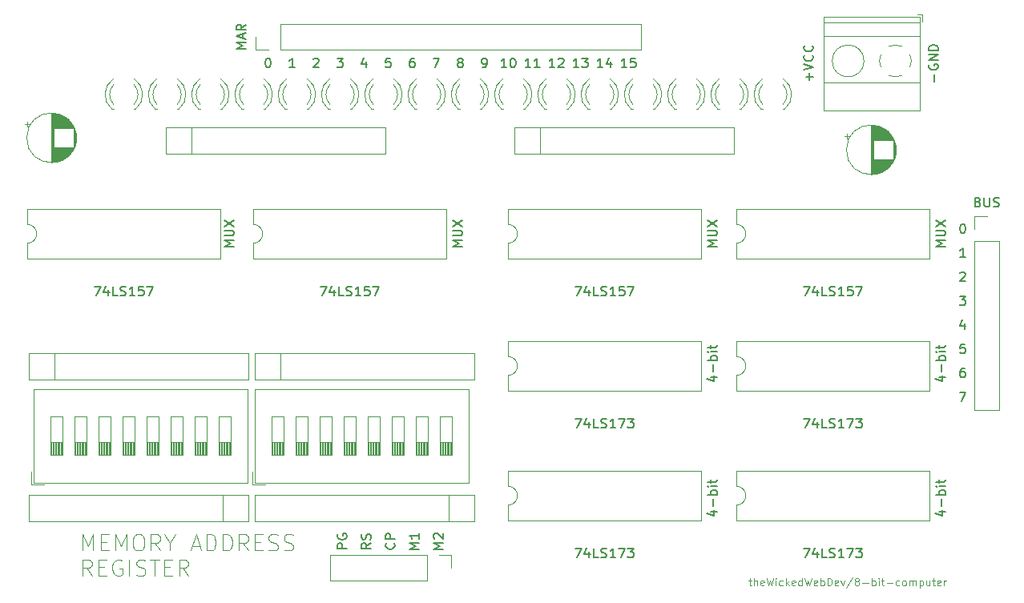
<source format=gbr>
%TF.GenerationSoftware,KiCad,Pcbnew,(5.1.9-0-10_14)*%
%TF.CreationDate,2021-05-18T01:23:57-04:00*%
%TF.ProjectId,RAM,52414d2e-6b69-4636-9164-5f7063625858,rev?*%
%TF.SameCoordinates,Original*%
%TF.FileFunction,Legend,Top*%
%TF.FilePolarity,Positive*%
%FSLAX46Y46*%
G04 Gerber Fmt 4.6, Leading zero omitted, Abs format (unit mm)*
G04 Created by KiCad (PCBNEW (5.1.9-0-10_14)) date 2021-05-18 01:23:57*
%MOMM*%
%LPD*%
G01*
G04 APERTURE LIST*
%ADD10C,0.100000*%
%ADD11C,0.150000*%
%ADD12C,0.120000*%
G04 APERTURE END LIST*
D10*
X114529904Y-118192571D02*
X114834666Y-118192571D01*
X114644190Y-117925904D02*
X114644190Y-118611619D01*
X114682285Y-118687809D01*
X114758476Y-118725904D01*
X114834666Y-118725904D01*
X115101333Y-118725904D02*
X115101333Y-117925904D01*
X115444190Y-118725904D02*
X115444190Y-118306857D01*
X115406095Y-118230666D01*
X115329904Y-118192571D01*
X115215619Y-118192571D01*
X115139428Y-118230666D01*
X115101333Y-118268761D01*
X116129904Y-118687809D02*
X116053714Y-118725904D01*
X115901333Y-118725904D01*
X115825142Y-118687809D01*
X115787047Y-118611619D01*
X115787047Y-118306857D01*
X115825142Y-118230666D01*
X115901333Y-118192571D01*
X116053714Y-118192571D01*
X116129904Y-118230666D01*
X116168000Y-118306857D01*
X116168000Y-118383047D01*
X115787047Y-118459238D01*
X116434666Y-117925904D02*
X116625142Y-118725904D01*
X116777523Y-118154476D01*
X116929904Y-118725904D01*
X117120380Y-117925904D01*
X117425142Y-118725904D02*
X117425142Y-118192571D01*
X117425142Y-117925904D02*
X117387047Y-117964000D01*
X117425142Y-118002095D01*
X117463238Y-117964000D01*
X117425142Y-117925904D01*
X117425142Y-118002095D01*
X118148952Y-118687809D02*
X118072761Y-118725904D01*
X117920380Y-118725904D01*
X117844190Y-118687809D01*
X117806095Y-118649714D01*
X117768000Y-118573523D01*
X117768000Y-118344952D01*
X117806095Y-118268761D01*
X117844190Y-118230666D01*
X117920380Y-118192571D01*
X118072761Y-118192571D01*
X118148952Y-118230666D01*
X118491809Y-118725904D02*
X118491809Y-117925904D01*
X118568000Y-118421142D02*
X118796571Y-118725904D01*
X118796571Y-118192571D02*
X118491809Y-118497333D01*
X119444190Y-118687809D02*
X119368000Y-118725904D01*
X119215619Y-118725904D01*
X119139428Y-118687809D01*
X119101333Y-118611619D01*
X119101333Y-118306857D01*
X119139428Y-118230666D01*
X119215619Y-118192571D01*
X119368000Y-118192571D01*
X119444190Y-118230666D01*
X119482285Y-118306857D01*
X119482285Y-118383047D01*
X119101333Y-118459238D01*
X120168000Y-118725904D02*
X120168000Y-117925904D01*
X120168000Y-118687809D02*
X120091809Y-118725904D01*
X119939428Y-118725904D01*
X119863238Y-118687809D01*
X119825142Y-118649714D01*
X119787047Y-118573523D01*
X119787047Y-118344952D01*
X119825142Y-118268761D01*
X119863238Y-118230666D01*
X119939428Y-118192571D01*
X120091809Y-118192571D01*
X120168000Y-118230666D01*
X120472761Y-117925904D02*
X120663238Y-118725904D01*
X120815619Y-118154476D01*
X120968000Y-118725904D01*
X121158476Y-117925904D01*
X121768000Y-118687809D02*
X121691809Y-118725904D01*
X121539428Y-118725904D01*
X121463238Y-118687809D01*
X121425142Y-118611619D01*
X121425142Y-118306857D01*
X121463238Y-118230666D01*
X121539428Y-118192571D01*
X121691809Y-118192571D01*
X121768000Y-118230666D01*
X121806095Y-118306857D01*
X121806095Y-118383047D01*
X121425142Y-118459238D01*
X122148952Y-118725904D02*
X122148952Y-117925904D01*
X122148952Y-118230666D02*
X122225142Y-118192571D01*
X122377523Y-118192571D01*
X122453714Y-118230666D01*
X122491809Y-118268761D01*
X122529904Y-118344952D01*
X122529904Y-118573523D01*
X122491809Y-118649714D01*
X122453714Y-118687809D01*
X122377523Y-118725904D01*
X122225142Y-118725904D01*
X122148952Y-118687809D01*
X122872761Y-118725904D02*
X122872761Y-117925904D01*
X123063238Y-117925904D01*
X123177523Y-117964000D01*
X123253714Y-118040190D01*
X123291809Y-118116380D01*
X123329904Y-118268761D01*
X123329904Y-118383047D01*
X123291809Y-118535428D01*
X123253714Y-118611619D01*
X123177523Y-118687809D01*
X123063238Y-118725904D01*
X122872761Y-118725904D01*
X123977523Y-118687809D02*
X123901333Y-118725904D01*
X123748952Y-118725904D01*
X123672761Y-118687809D01*
X123634666Y-118611619D01*
X123634666Y-118306857D01*
X123672761Y-118230666D01*
X123748952Y-118192571D01*
X123901333Y-118192571D01*
X123977523Y-118230666D01*
X124015619Y-118306857D01*
X124015619Y-118383047D01*
X123634666Y-118459238D01*
X124282285Y-118192571D02*
X124472761Y-118725904D01*
X124663238Y-118192571D01*
X125539428Y-117887809D02*
X124853714Y-118916380D01*
X125920380Y-118268761D02*
X125844190Y-118230666D01*
X125806095Y-118192571D01*
X125768000Y-118116380D01*
X125768000Y-118078285D01*
X125806095Y-118002095D01*
X125844190Y-117964000D01*
X125920380Y-117925904D01*
X126072761Y-117925904D01*
X126148952Y-117964000D01*
X126187047Y-118002095D01*
X126225142Y-118078285D01*
X126225142Y-118116380D01*
X126187047Y-118192571D01*
X126148952Y-118230666D01*
X126072761Y-118268761D01*
X125920380Y-118268761D01*
X125844190Y-118306857D01*
X125806095Y-118344952D01*
X125768000Y-118421142D01*
X125768000Y-118573523D01*
X125806095Y-118649714D01*
X125844190Y-118687809D01*
X125920380Y-118725904D01*
X126072761Y-118725904D01*
X126148952Y-118687809D01*
X126187047Y-118649714D01*
X126225142Y-118573523D01*
X126225142Y-118421142D01*
X126187047Y-118344952D01*
X126148952Y-118306857D01*
X126072761Y-118268761D01*
X126568000Y-118421142D02*
X127177523Y-118421142D01*
X127558476Y-118725904D02*
X127558476Y-117925904D01*
X127558476Y-118230666D02*
X127634666Y-118192571D01*
X127787047Y-118192571D01*
X127863238Y-118230666D01*
X127901333Y-118268761D01*
X127939428Y-118344952D01*
X127939428Y-118573523D01*
X127901333Y-118649714D01*
X127863238Y-118687809D01*
X127787047Y-118725904D01*
X127634666Y-118725904D01*
X127558476Y-118687809D01*
X128282285Y-118725904D02*
X128282285Y-118192571D01*
X128282285Y-117925904D02*
X128244190Y-117964000D01*
X128282285Y-118002095D01*
X128320380Y-117964000D01*
X128282285Y-117925904D01*
X128282285Y-118002095D01*
X128548952Y-118192571D02*
X128853714Y-118192571D01*
X128663238Y-117925904D02*
X128663238Y-118611619D01*
X128701333Y-118687809D01*
X128777523Y-118725904D01*
X128853714Y-118725904D01*
X129120380Y-118421142D02*
X129729904Y-118421142D01*
X130453714Y-118687809D02*
X130377523Y-118725904D01*
X130225142Y-118725904D01*
X130148952Y-118687809D01*
X130110857Y-118649714D01*
X130072761Y-118573523D01*
X130072761Y-118344952D01*
X130110857Y-118268761D01*
X130148952Y-118230666D01*
X130225142Y-118192571D01*
X130377523Y-118192571D01*
X130453714Y-118230666D01*
X130910857Y-118725904D02*
X130834666Y-118687809D01*
X130796571Y-118649714D01*
X130758476Y-118573523D01*
X130758476Y-118344952D01*
X130796571Y-118268761D01*
X130834666Y-118230666D01*
X130910857Y-118192571D01*
X131025142Y-118192571D01*
X131101333Y-118230666D01*
X131139428Y-118268761D01*
X131177523Y-118344952D01*
X131177523Y-118573523D01*
X131139428Y-118649714D01*
X131101333Y-118687809D01*
X131025142Y-118725904D01*
X130910857Y-118725904D01*
X131520380Y-118725904D02*
X131520380Y-118192571D01*
X131520380Y-118268761D02*
X131558476Y-118230666D01*
X131634666Y-118192571D01*
X131748952Y-118192571D01*
X131825142Y-118230666D01*
X131863238Y-118306857D01*
X131863238Y-118725904D01*
X131863238Y-118306857D02*
X131901333Y-118230666D01*
X131977523Y-118192571D01*
X132091809Y-118192571D01*
X132168000Y-118230666D01*
X132206095Y-118306857D01*
X132206095Y-118725904D01*
X132587047Y-118192571D02*
X132587047Y-118992571D01*
X132587047Y-118230666D02*
X132663238Y-118192571D01*
X132815619Y-118192571D01*
X132891809Y-118230666D01*
X132929904Y-118268761D01*
X132968000Y-118344952D01*
X132968000Y-118573523D01*
X132929904Y-118649714D01*
X132891809Y-118687809D01*
X132815619Y-118725904D01*
X132663238Y-118725904D01*
X132587047Y-118687809D01*
X133653714Y-118192571D02*
X133653714Y-118725904D01*
X133310857Y-118192571D02*
X133310857Y-118611619D01*
X133348952Y-118687809D01*
X133425142Y-118725904D01*
X133539428Y-118725904D01*
X133615619Y-118687809D01*
X133653714Y-118649714D01*
X133920380Y-118192571D02*
X134225142Y-118192571D01*
X134034666Y-117925904D02*
X134034666Y-118611619D01*
X134072761Y-118687809D01*
X134148952Y-118725904D01*
X134225142Y-118725904D01*
X134796571Y-118687809D02*
X134720380Y-118725904D01*
X134568000Y-118725904D01*
X134491809Y-118687809D01*
X134453714Y-118611619D01*
X134453714Y-118306857D01*
X134491809Y-118230666D01*
X134568000Y-118192571D01*
X134720380Y-118192571D01*
X134796571Y-118230666D01*
X134834666Y-118306857D01*
X134834666Y-118383047D01*
X134453714Y-118459238D01*
X135177523Y-118725904D02*
X135177523Y-118192571D01*
X135177523Y-118344952D02*
X135215619Y-118268761D01*
X135253714Y-118230666D01*
X135329904Y-118192571D01*
X135406095Y-118192571D01*
X44157761Y-115014047D02*
X44157761Y-113314047D01*
X44724428Y-114528333D01*
X45291095Y-113314047D01*
X45291095Y-115014047D01*
X46100619Y-114123571D02*
X46667285Y-114123571D01*
X46910142Y-115014047D02*
X46100619Y-115014047D01*
X46100619Y-113314047D01*
X46910142Y-113314047D01*
X47638714Y-115014047D02*
X47638714Y-113314047D01*
X48205380Y-114528333D01*
X48772047Y-113314047D01*
X48772047Y-115014047D01*
X49905380Y-113314047D02*
X50229190Y-113314047D01*
X50391095Y-113395000D01*
X50553000Y-113556904D01*
X50633952Y-113880714D01*
X50633952Y-114447380D01*
X50553000Y-114771190D01*
X50391095Y-114933095D01*
X50229190Y-115014047D01*
X49905380Y-115014047D01*
X49743476Y-114933095D01*
X49581571Y-114771190D01*
X49500619Y-114447380D01*
X49500619Y-113880714D01*
X49581571Y-113556904D01*
X49743476Y-113395000D01*
X49905380Y-113314047D01*
X52333952Y-115014047D02*
X51767285Y-114204523D01*
X51362523Y-115014047D02*
X51362523Y-113314047D01*
X52010142Y-113314047D01*
X52172047Y-113395000D01*
X52253000Y-113475952D01*
X52333952Y-113637857D01*
X52333952Y-113880714D01*
X52253000Y-114042619D01*
X52172047Y-114123571D01*
X52010142Y-114204523D01*
X51362523Y-114204523D01*
X53386333Y-114204523D02*
X53386333Y-115014047D01*
X52819666Y-113314047D02*
X53386333Y-114204523D01*
X53953000Y-113314047D01*
X55733952Y-114528333D02*
X56543476Y-114528333D01*
X55572047Y-115014047D02*
X56138714Y-113314047D01*
X56705380Y-115014047D01*
X57272047Y-115014047D02*
X57272047Y-113314047D01*
X57676809Y-113314047D01*
X57919666Y-113395000D01*
X58081571Y-113556904D01*
X58162523Y-113718809D01*
X58243476Y-114042619D01*
X58243476Y-114285476D01*
X58162523Y-114609285D01*
X58081571Y-114771190D01*
X57919666Y-114933095D01*
X57676809Y-115014047D01*
X57272047Y-115014047D01*
X58972047Y-115014047D02*
X58972047Y-113314047D01*
X59376809Y-113314047D01*
X59619666Y-113395000D01*
X59781571Y-113556904D01*
X59862523Y-113718809D01*
X59943476Y-114042619D01*
X59943476Y-114285476D01*
X59862523Y-114609285D01*
X59781571Y-114771190D01*
X59619666Y-114933095D01*
X59376809Y-115014047D01*
X58972047Y-115014047D01*
X61643476Y-115014047D02*
X61076809Y-114204523D01*
X60672047Y-115014047D02*
X60672047Y-113314047D01*
X61319666Y-113314047D01*
X61481571Y-113395000D01*
X61562523Y-113475952D01*
X61643476Y-113637857D01*
X61643476Y-113880714D01*
X61562523Y-114042619D01*
X61481571Y-114123571D01*
X61319666Y-114204523D01*
X60672047Y-114204523D01*
X62372047Y-114123571D02*
X62938714Y-114123571D01*
X63181571Y-115014047D02*
X62372047Y-115014047D01*
X62372047Y-113314047D01*
X63181571Y-113314047D01*
X63829190Y-114933095D02*
X64072047Y-115014047D01*
X64476809Y-115014047D01*
X64638714Y-114933095D01*
X64719666Y-114852142D01*
X64800619Y-114690238D01*
X64800619Y-114528333D01*
X64719666Y-114366428D01*
X64638714Y-114285476D01*
X64476809Y-114204523D01*
X64153000Y-114123571D01*
X63991095Y-114042619D01*
X63910142Y-113961666D01*
X63829190Y-113799761D01*
X63829190Y-113637857D01*
X63910142Y-113475952D01*
X63991095Y-113395000D01*
X64153000Y-113314047D01*
X64557761Y-113314047D01*
X64800619Y-113395000D01*
X65448238Y-114933095D02*
X65691095Y-115014047D01*
X66095857Y-115014047D01*
X66257761Y-114933095D01*
X66338714Y-114852142D01*
X66419666Y-114690238D01*
X66419666Y-114528333D01*
X66338714Y-114366428D01*
X66257761Y-114285476D01*
X66095857Y-114204523D01*
X65772047Y-114123571D01*
X65610142Y-114042619D01*
X65529190Y-113961666D01*
X65448238Y-113799761D01*
X65448238Y-113637857D01*
X65529190Y-113475952D01*
X65610142Y-113395000D01*
X65772047Y-113314047D01*
X66176809Y-113314047D01*
X66419666Y-113395000D01*
X45129190Y-117664047D02*
X44562523Y-116854523D01*
X44157761Y-117664047D02*
X44157761Y-115964047D01*
X44805380Y-115964047D01*
X44967285Y-116045000D01*
X45048238Y-116125952D01*
X45129190Y-116287857D01*
X45129190Y-116530714D01*
X45048238Y-116692619D01*
X44967285Y-116773571D01*
X44805380Y-116854523D01*
X44157761Y-116854523D01*
X45857761Y-116773571D02*
X46424428Y-116773571D01*
X46667285Y-117664047D02*
X45857761Y-117664047D01*
X45857761Y-115964047D01*
X46667285Y-115964047D01*
X48286333Y-116045000D02*
X48124428Y-115964047D01*
X47881571Y-115964047D01*
X47638714Y-116045000D01*
X47476809Y-116206904D01*
X47395857Y-116368809D01*
X47314904Y-116692619D01*
X47314904Y-116935476D01*
X47395857Y-117259285D01*
X47476809Y-117421190D01*
X47638714Y-117583095D01*
X47881571Y-117664047D01*
X48043476Y-117664047D01*
X48286333Y-117583095D01*
X48367285Y-117502142D01*
X48367285Y-116935476D01*
X48043476Y-116935476D01*
X49095857Y-117664047D02*
X49095857Y-115964047D01*
X49824428Y-117583095D02*
X50067285Y-117664047D01*
X50472047Y-117664047D01*
X50633952Y-117583095D01*
X50714904Y-117502142D01*
X50795857Y-117340238D01*
X50795857Y-117178333D01*
X50714904Y-117016428D01*
X50633952Y-116935476D01*
X50472047Y-116854523D01*
X50148238Y-116773571D01*
X49986333Y-116692619D01*
X49905380Y-116611666D01*
X49824428Y-116449761D01*
X49824428Y-116287857D01*
X49905380Y-116125952D01*
X49986333Y-116045000D01*
X50148238Y-115964047D01*
X50553000Y-115964047D01*
X50795857Y-116045000D01*
X51281571Y-115964047D02*
X52253000Y-115964047D01*
X51767285Y-117664047D02*
X51767285Y-115964047D01*
X52819666Y-116773571D02*
X53386333Y-116773571D01*
X53629190Y-117664047D02*
X52819666Y-117664047D01*
X52819666Y-115964047D01*
X53629190Y-115964047D01*
X55329190Y-117664047D02*
X54762523Y-116854523D01*
X54357761Y-117664047D02*
X54357761Y-115964047D01*
X55005380Y-115964047D01*
X55167285Y-116045000D01*
X55248238Y-116125952D01*
X55329190Y-116287857D01*
X55329190Y-116530714D01*
X55248238Y-116692619D01*
X55167285Y-116773571D01*
X55005380Y-116854523D01*
X54357761Y-116854523D01*
D11*
X120975428Y-65309523D02*
X120975428Y-64547619D01*
X121356380Y-64928571D02*
X120594476Y-64928571D01*
X120356380Y-64214285D02*
X121356380Y-63880952D01*
X120356380Y-63547619D01*
X121261142Y-62642857D02*
X121308761Y-62690476D01*
X121356380Y-62833333D01*
X121356380Y-62928571D01*
X121308761Y-63071428D01*
X121213523Y-63166666D01*
X121118285Y-63214285D01*
X120927809Y-63261904D01*
X120784952Y-63261904D01*
X120594476Y-63214285D01*
X120499238Y-63166666D01*
X120404000Y-63071428D01*
X120356380Y-62928571D01*
X120356380Y-62833333D01*
X120404000Y-62690476D01*
X120451619Y-62642857D01*
X121261142Y-61642857D02*
X121308761Y-61690476D01*
X121356380Y-61833333D01*
X121356380Y-61928571D01*
X121308761Y-62071428D01*
X121213523Y-62166666D01*
X121118285Y-62214285D01*
X120927809Y-62261904D01*
X120784952Y-62261904D01*
X120594476Y-62214285D01*
X120499238Y-62166666D01*
X120404000Y-62071428D01*
X120356380Y-61928571D01*
X120356380Y-61833333D01*
X120404000Y-61690476D01*
X120451619Y-61642857D01*
X134183428Y-65404761D02*
X134183428Y-64642857D01*
X133612000Y-63642857D02*
X133564380Y-63738095D01*
X133564380Y-63880952D01*
X133612000Y-64023809D01*
X133707238Y-64119047D01*
X133802476Y-64166666D01*
X133992952Y-64214285D01*
X134135809Y-64214285D01*
X134326285Y-64166666D01*
X134421523Y-64119047D01*
X134516761Y-64023809D01*
X134564380Y-63880952D01*
X134564380Y-63785714D01*
X134516761Y-63642857D01*
X134469142Y-63595238D01*
X134135809Y-63595238D01*
X134135809Y-63785714D01*
X134564380Y-63166666D02*
X133564380Y-63166666D01*
X134564380Y-62595238D01*
X133564380Y-62595238D01*
X134564380Y-62119047D02*
X133564380Y-62119047D01*
X133564380Y-61880952D01*
X133612000Y-61738095D01*
X133707238Y-61642857D01*
X133802476Y-61595238D01*
X133992952Y-61547619D01*
X134135809Y-61547619D01*
X134326285Y-61595238D01*
X134421523Y-61642857D01*
X134516761Y-61738095D01*
X134564380Y-61880952D01*
X134564380Y-62119047D01*
X134659714Y-96654761D02*
X135326380Y-96654761D01*
X134278761Y-96892857D02*
X134993047Y-97130952D01*
X134993047Y-96511904D01*
X134945428Y-96130952D02*
X134945428Y-95369047D01*
X135326380Y-94892857D02*
X134326380Y-94892857D01*
X134707333Y-94892857D02*
X134659714Y-94797619D01*
X134659714Y-94607142D01*
X134707333Y-94511904D01*
X134754952Y-94464285D01*
X134850190Y-94416666D01*
X135135904Y-94416666D01*
X135231142Y-94464285D01*
X135278761Y-94511904D01*
X135326380Y-94607142D01*
X135326380Y-94797619D01*
X135278761Y-94892857D01*
X135326380Y-93988095D02*
X134659714Y-93988095D01*
X134326380Y-93988095D02*
X134374000Y-94035714D01*
X134421619Y-93988095D01*
X134374000Y-93940476D01*
X134326380Y-93988095D01*
X134421619Y-93988095D01*
X134659714Y-93654761D02*
X134659714Y-93273809D01*
X134326380Y-93511904D02*
X135183523Y-93511904D01*
X135278761Y-93464285D01*
X135326380Y-93369047D01*
X135326380Y-93273809D01*
X134659714Y-110878761D02*
X135326380Y-110878761D01*
X134278761Y-111116857D02*
X134993047Y-111354952D01*
X134993047Y-110735904D01*
X134945428Y-110354952D02*
X134945428Y-109593047D01*
X135326380Y-109116857D02*
X134326380Y-109116857D01*
X134707333Y-109116857D02*
X134659714Y-109021619D01*
X134659714Y-108831142D01*
X134707333Y-108735904D01*
X134754952Y-108688285D01*
X134850190Y-108640666D01*
X135135904Y-108640666D01*
X135231142Y-108688285D01*
X135278761Y-108735904D01*
X135326380Y-108831142D01*
X135326380Y-109021619D01*
X135278761Y-109116857D01*
X135326380Y-108212095D02*
X134659714Y-108212095D01*
X134326380Y-108212095D02*
X134374000Y-108259714D01*
X134421619Y-108212095D01*
X134374000Y-108164476D01*
X134326380Y-108212095D01*
X134421619Y-108212095D01*
X134659714Y-107878761D02*
X134659714Y-107497809D01*
X134326380Y-107735904D02*
X135183523Y-107735904D01*
X135278761Y-107688285D01*
X135326380Y-107593047D01*
X135326380Y-107497809D01*
X110529714Y-110878761D02*
X111196380Y-110878761D01*
X110148761Y-111116857D02*
X110863047Y-111354952D01*
X110863047Y-110735904D01*
X110815428Y-110354952D02*
X110815428Y-109593047D01*
X111196380Y-109116857D02*
X110196380Y-109116857D01*
X110577333Y-109116857D02*
X110529714Y-109021619D01*
X110529714Y-108831142D01*
X110577333Y-108735904D01*
X110624952Y-108688285D01*
X110720190Y-108640666D01*
X111005904Y-108640666D01*
X111101142Y-108688285D01*
X111148761Y-108735904D01*
X111196380Y-108831142D01*
X111196380Y-109021619D01*
X111148761Y-109116857D01*
X111196380Y-108212095D02*
X110529714Y-108212095D01*
X110196380Y-108212095D02*
X110244000Y-108259714D01*
X110291619Y-108212095D01*
X110244000Y-108164476D01*
X110196380Y-108212095D01*
X110291619Y-108212095D01*
X110529714Y-107878761D02*
X110529714Y-107497809D01*
X110196380Y-107735904D02*
X111053523Y-107735904D01*
X111148761Y-107688285D01*
X111196380Y-107593047D01*
X111196380Y-107497809D01*
X110529714Y-96654761D02*
X111196380Y-96654761D01*
X110148761Y-96892857D02*
X110863047Y-97130952D01*
X110863047Y-96511904D01*
X110815428Y-96130952D02*
X110815428Y-95369047D01*
X111196380Y-94892857D02*
X110196380Y-94892857D01*
X110577333Y-94892857D02*
X110529714Y-94797619D01*
X110529714Y-94607142D01*
X110577333Y-94511904D01*
X110624952Y-94464285D01*
X110720190Y-94416666D01*
X111005904Y-94416666D01*
X111101142Y-94464285D01*
X111148761Y-94511904D01*
X111196380Y-94607142D01*
X111196380Y-94797619D01*
X111148761Y-94892857D01*
X111196380Y-93988095D02*
X110529714Y-93988095D01*
X110196380Y-93988095D02*
X110244000Y-94035714D01*
X110291619Y-93988095D01*
X110244000Y-93940476D01*
X110196380Y-93988095D01*
X110291619Y-93988095D01*
X110529714Y-93654761D02*
X110529714Y-93273809D01*
X110196380Y-93511904D02*
X111053523Y-93511904D01*
X111148761Y-93464285D01*
X111196380Y-93369047D01*
X111196380Y-93273809D01*
X135326380Y-82867333D02*
X134326380Y-82867333D01*
X135040666Y-82534000D01*
X134326380Y-82200666D01*
X135326380Y-82200666D01*
X134326380Y-81724476D02*
X135135904Y-81724476D01*
X135231142Y-81676857D01*
X135278761Y-81629238D01*
X135326380Y-81534000D01*
X135326380Y-81343523D01*
X135278761Y-81248285D01*
X135231142Y-81200666D01*
X135135904Y-81153047D01*
X134326380Y-81153047D01*
X134326380Y-80772095D02*
X135326380Y-80105428D01*
X134326380Y-80105428D02*
X135326380Y-80772095D01*
X111196380Y-82867333D02*
X110196380Y-82867333D01*
X110910666Y-82534000D01*
X110196380Y-82200666D01*
X111196380Y-82200666D01*
X110196380Y-81724476D02*
X111005904Y-81724476D01*
X111101142Y-81676857D01*
X111148761Y-81629238D01*
X111196380Y-81534000D01*
X111196380Y-81343523D01*
X111148761Y-81248285D01*
X111101142Y-81200666D01*
X111005904Y-81153047D01*
X110196380Y-81153047D01*
X110196380Y-80772095D02*
X111196380Y-80105428D01*
X110196380Y-80105428D02*
X111196380Y-80772095D01*
X84272380Y-82867333D02*
X83272380Y-82867333D01*
X83986666Y-82534000D01*
X83272380Y-82200666D01*
X84272380Y-82200666D01*
X83272380Y-81724476D02*
X84081904Y-81724476D01*
X84177142Y-81676857D01*
X84224761Y-81629238D01*
X84272380Y-81534000D01*
X84272380Y-81343523D01*
X84224761Y-81248285D01*
X84177142Y-81200666D01*
X84081904Y-81153047D01*
X83272380Y-81153047D01*
X83272380Y-80772095D02*
X84272380Y-80105428D01*
X83272380Y-80105428D02*
X84272380Y-80772095D01*
X60142380Y-82867333D02*
X59142380Y-82867333D01*
X59856666Y-82534000D01*
X59142380Y-82200666D01*
X60142380Y-82200666D01*
X59142380Y-81724476D02*
X59951904Y-81724476D01*
X60047142Y-81676857D01*
X60094761Y-81629238D01*
X60142380Y-81534000D01*
X60142380Y-81343523D01*
X60094761Y-81248285D01*
X60047142Y-81200666D01*
X59951904Y-81153047D01*
X59142380Y-81153047D01*
X59142380Y-80772095D02*
X60142380Y-80105428D01*
X59142380Y-80105428D02*
X60142380Y-80772095D01*
X120324952Y-114768380D02*
X120991619Y-114768380D01*
X120563047Y-115768380D01*
X121801142Y-115101714D02*
X121801142Y-115768380D01*
X121563047Y-114720761D02*
X121324952Y-115435047D01*
X121944000Y-115435047D01*
X122801142Y-115768380D02*
X122324952Y-115768380D01*
X122324952Y-114768380D01*
X123086857Y-115720761D02*
X123229714Y-115768380D01*
X123467809Y-115768380D01*
X123563047Y-115720761D01*
X123610666Y-115673142D01*
X123658285Y-115577904D01*
X123658285Y-115482666D01*
X123610666Y-115387428D01*
X123563047Y-115339809D01*
X123467809Y-115292190D01*
X123277333Y-115244571D01*
X123182095Y-115196952D01*
X123134476Y-115149333D01*
X123086857Y-115054095D01*
X123086857Y-114958857D01*
X123134476Y-114863619D01*
X123182095Y-114816000D01*
X123277333Y-114768380D01*
X123515428Y-114768380D01*
X123658285Y-114816000D01*
X124610666Y-115768380D02*
X124039238Y-115768380D01*
X124324952Y-115768380D02*
X124324952Y-114768380D01*
X124229714Y-114911238D01*
X124134476Y-115006476D01*
X124039238Y-115054095D01*
X124944000Y-114768380D02*
X125610666Y-114768380D01*
X125182095Y-115768380D01*
X125896380Y-114768380D02*
X126515428Y-114768380D01*
X126182095Y-115149333D01*
X126324952Y-115149333D01*
X126420190Y-115196952D01*
X126467809Y-115244571D01*
X126515428Y-115339809D01*
X126515428Y-115577904D01*
X126467809Y-115673142D01*
X126420190Y-115720761D01*
X126324952Y-115768380D01*
X126039238Y-115768380D01*
X125944000Y-115720761D01*
X125896380Y-115673142D01*
X96194952Y-114768380D02*
X96861619Y-114768380D01*
X96433047Y-115768380D01*
X97671142Y-115101714D02*
X97671142Y-115768380D01*
X97433047Y-114720761D02*
X97194952Y-115435047D01*
X97814000Y-115435047D01*
X98671142Y-115768380D02*
X98194952Y-115768380D01*
X98194952Y-114768380D01*
X98956857Y-115720761D02*
X99099714Y-115768380D01*
X99337809Y-115768380D01*
X99433047Y-115720761D01*
X99480666Y-115673142D01*
X99528285Y-115577904D01*
X99528285Y-115482666D01*
X99480666Y-115387428D01*
X99433047Y-115339809D01*
X99337809Y-115292190D01*
X99147333Y-115244571D01*
X99052095Y-115196952D01*
X99004476Y-115149333D01*
X98956857Y-115054095D01*
X98956857Y-114958857D01*
X99004476Y-114863619D01*
X99052095Y-114816000D01*
X99147333Y-114768380D01*
X99385428Y-114768380D01*
X99528285Y-114816000D01*
X100480666Y-115768380D02*
X99909238Y-115768380D01*
X100194952Y-115768380D02*
X100194952Y-114768380D01*
X100099714Y-114911238D01*
X100004476Y-115006476D01*
X99909238Y-115054095D01*
X100814000Y-114768380D02*
X101480666Y-114768380D01*
X101052095Y-115768380D01*
X101766380Y-114768380D02*
X102385428Y-114768380D01*
X102052095Y-115149333D01*
X102194952Y-115149333D01*
X102290190Y-115196952D01*
X102337809Y-115244571D01*
X102385428Y-115339809D01*
X102385428Y-115577904D01*
X102337809Y-115673142D01*
X102290190Y-115720761D01*
X102194952Y-115768380D01*
X101909238Y-115768380D01*
X101814000Y-115720761D01*
X101766380Y-115673142D01*
X120324952Y-101052380D02*
X120991619Y-101052380D01*
X120563047Y-102052380D01*
X121801142Y-101385714D02*
X121801142Y-102052380D01*
X121563047Y-101004761D02*
X121324952Y-101719047D01*
X121944000Y-101719047D01*
X122801142Y-102052380D02*
X122324952Y-102052380D01*
X122324952Y-101052380D01*
X123086857Y-102004761D02*
X123229714Y-102052380D01*
X123467809Y-102052380D01*
X123563047Y-102004761D01*
X123610666Y-101957142D01*
X123658285Y-101861904D01*
X123658285Y-101766666D01*
X123610666Y-101671428D01*
X123563047Y-101623809D01*
X123467809Y-101576190D01*
X123277333Y-101528571D01*
X123182095Y-101480952D01*
X123134476Y-101433333D01*
X123086857Y-101338095D01*
X123086857Y-101242857D01*
X123134476Y-101147619D01*
X123182095Y-101100000D01*
X123277333Y-101052380D01*
X123515428Y-101052380D01*
X123658285Y-101100000D01*
X124610666Y-102052380D02*
X124039238Y-102052380D01*
X124324952Y-102052380D02*
X124324952Y-101052380D01*
X124229714Y-101195238D01*
X124134476Y-101290476D01*
X124039238Y-101338095D01*
X124944000Y-101052380D02*
X125610666Y-101052380D01*
X125182095Y-102052380D01*
X125896380Y-101052380D02*
X126515428Y-101052380D01*
X126182095Y-101433333D01*
X126324952Y-101433333D01*
X126420190Y-101480952D01*
X126467809Y-101528571D01*
X126515428Y-101623809D01*
X126515428Y-101861904D01*
X126467809Y-101957142D01*
X126420190Y-102004761D01*
X126324952Y-102052380D01*
X126039238Y-102052380D01*
X125944000Y-102004761D01*
X125896380Y-101957142D01*
X96194952Y-101052380D02*
X96861619Y-101052380D01*
X96433047Y-102052380D01*
X97671142Y-101385714D02*
X97671142Y-102052380D01*
X97433047Y-101004761D02*
X97194952Y-101719047D01*
X97814000Y-101719047D01*
X98671142Y-102052380D02*
X98194952Y-102052380D01*
X98194952Y-101052380D01*
X98956857Y-102004761D02*
X99099714Y-102052380D01*
X99337809Y-102052380D01*
X99433047Y-102004761D01*
X99480666Y-101957142D01*
X99528285Y-101861904D01*
X99528285Y-101766666D01*
X99480666Y-101671428D01*
X99433047Y-101623809D01*
X99337809Y-101576190D01*
X99147333Y-101528571D01*
X99052095Y-101480952D01*
X99004476Y-101433333D01*
X98956857Y-101338095D01*
X98956857Y-101242857D01*
X99004476Y-101147619D01*
X99052095Y-101100000D01*
X99147333Y-101052380D01*
X99385428Y-101052380D01*
X99528285Y-101100000D01*
X100480666Y-102052380D02*
X99909238Y-102052380D01*
X100194952Y-102052380D02*
X100194952Y-101052380D01*
X100099714Y-101195238D01*
X100004476Y-101290476D01*
X99909238Y-101338095D01*
X100814000Y-101052380D02*
X101480666Y-101052380D01*
X101052095Y-102052380D01*
X101766380Y-101052380D02*
X102385428Y-101052380D01*
X102052095Y-101433333D01*
X102194952Y-101433333D01*
X102290190Y-101480952D01*
X102337809Y-101528571D01*
X102385428Y-101623809D01*
X102385428Y-101861904D01*
X102337809Y-101957142D01*
X102290190Y-102004761D01*
X102194952Y-102052380D01*
X101909238Y-102052380D01*
X101814000Y-102004761D01*
X101766380Y-101957142D01*
X120324952Y-87082380D02*
X120991619Y-87082380D01*
X120563047Y-88082380D01*
X121801142Y-87415714D02*
X121801142Y-88082380D01*
X121563047Y-87034761D02*
X121324952Y-87749047D01*
X121944000Y-87749047D01*
X122801142Y-88082380D02*
X122324952Y-88082380D01*
X122324952Y-87082380D01*
X123086857Y-88034761D02*
X123229714Y-88082380D01*
X123467809Y-88082380D01*
X123563047Y-88034761D01*
X123610666Y-87987142D01*
X123658285Y-87891904D01*
X123658285Y-87796666D01*
X123610666Y-87701428D01*
X123563047Y-87653809D01*
X123467809Y-87606190D01*
X123277333Y-87558571D01*
X123182095Y-87510952D01*
X123134476Y-87463333D01*
X123086857Y-87368095D01*
X123086857Y-87272857D01*
X123134476Y-87177619D01*
X123182095Y-87130000D01*
X123277333Y-87082380D01*
X123515428Y-87082380D01*
X123658285Y-87130000D01*
X124610666Y-88082380D02*
X124039238Y-88082380D01*
X124324952Y-88082380D02*
X124324952Y-87082380D01*
X124229714Y-87225238D01*
X124134476Y-87320476D01*
X124039238Y-87368095D01*
X125515428Y-87082380D02*
X125039238Y-87082380D01*
X124991619Y-87558571D01*
X125039238Y-87510952D01*
X125134476Y-87463333D01*
X125372571Y-87463333D01*
X125467809Y-87510952D01*
X125515428Y-87558571D01*
X125563047Y-87653809D01*
X125563047Y-87891904D01*
X125515428Y-87987142D01*
X125467809Y-88034761D01*
X125372571Y-88082380D01*
X125134476Y-88082380D01*
X125039238Y-88034761D01*
X124991619Y-87987142D01*
X125896380Y-87082380D02*
X126563047Y-87082380D01*
X126134476Y-88082380D01*
X96194952Y-87082380D02*
X96861619Y-87082380D01*
X96433047Y-88082380D01*
X97671142Y-87415714D02*
X97671142Y-88082380D01*
X97433047Y-87034761D02*
X97194952Y-87749047D01*
X97814000Y-87749047D01*
X98671142Y-88082380D02*
X98194952Y-88082380D01*
X98194952Y-87082380D01*
X98956857Y-88034761D02*
X99099714Y-88082380D01*
X99337809Y-88082380D01*
X99433047Y-88034761D01*
X99480666Y-87987142D01*
X99528285Y-87891904D01*
X99528285Y-87796666D01*
X99480666Y-87701428D01*
X99433047Y-87653809D01*
X99337809Y-87606190D01*
X99147333Y-87558571D01*
X99052095Y-87510952D01*
X99004476Y-87463333D01*
X98956857Y-87368095D01*
X98956857Y-87272857D01*
X99004476Y-87177619D01*
X99052095Y-87130000D01*
X99147333Y-87082380D01*
X99385428Y-87082380D01*
X99528285Y-87130000D01*
X100480666Y-88082380D02*
X99909238Y-88082380D01*
X100194952Y-88082380D02*
X100194952Y-87082380D01*
X100099714Y-87225238D01*
X100004476Y-87320476D01*
X99909238Y-87368095D01*
X101385428Y-87082380D02*
X100909238Y-87082380D01*
X100861619Y-87558571D01*
X100909238Y-87510952D01*
X101004476Y-87463333D01*
X101242571Y-87463333D01*
X101337809Y-87510952D01*
X101385428Y-87558571D01*
X101433047Y-87653809D01*
X101433047Y-87891904D01*
X101385428Y-87987142D01*
X101337809Y-88034761D01*
X101242571Y-88082380D01*
X101004476Y-88082380D01*
X100909238Y-88034761D01*
X100861619Y-87987142D01*
X101766380Y-87082380D02*
X102433047Y-87082380D01*
X102004476Y-88082380D01*
X69270952Y-87082380D02*
X69937619Y-87082380D01*
X69509047Y-88082380D01*
X70747142Y-87415714D02*
X70747142Y-88082380D01*
X70509047Y-87034761D02*
X70270952Y-87749047D01*
X70890000Y-87749047D01*
X71747142Y-88082380D02*
X71270952Y-88082380D01*
X71270952Y-87082380D01*
X72032857Y-88034761D02*
X72175714Y-88082380D01*
X72413809Y-88082380D01*
X72509047Y-88034761D01*
X72556666Y-87987142D01*
X72604285Y-87891904D01*
X72604285Y-87796666D01*
X72556666Y-87701428D01*
X72509047Y-87653809D01*
X72413809Y-87606190D01*
X72223333Y-87558571D01*
X72128095Y-87510952D01*
X72080476Y-87463333D01*
X72032857Y-87368095D01*
X72032857Y-87272857D01*
X72080476Y-87177619D01*
X72128095Y-87130000D01*
X72223333Y-87082380D01*
X72461428Y-87082380D01*
X72604285Y-87130000D01*
X73556666Y-88082380D02*
X72985238Y-88082380D01*
X73270952Y-88082380D02*
X73270952Y-87082380D01*
X73175714Y-87225238D01*
X73080476Y-87320476D01*
X72985238Y-87368095D01*
X74461428Y-87082380D02*
X73985238Y-87082380D01*
X73937619Y-87558571D01*
X73985238Y-87510952D01*
X74080476Y-87463333D01*
X74318571Y-87463333D01*
X74413809Y-87510952D01*
X74461428Y-87558571D01*
X74509047Y-87653809D01*
X74509047Y-87891904D01*
X74461428Y-87987142D01*
X74413809Y-88034761D01*
X74318571Y-88082380D01*
X74080476Y-88082380D01*
X73985238Y-88034761D01*
X73937619Y-87987142D01*
X74842380Y-87082380D02*
X75509047Y-87082380D01*
X75080476Y-88082380D01*
X45394952Y-87082380D02*
X46061619Y-87082380D01*
X45633047Y-88082380D01*
X46871142Y-87415714D02*
X46871142Y-88082380D01*
X46633047Y-87034761D02*
X46394952Y-87749047D01*
X47014000Y-87749047D01*
X47871142Y-88082380D02*
X47394952Y-88082380D01*
X47394952Y-87082380D01*
X48156857Y-88034761D02*
X48299714Y-88082380D01*
X48537809Y-88082380D01*
X48633047Y-88034761D01*
X48680666Y-87987142D01*
X48728285Y-87891904D01*
X48728285Y-87796666D01*
X48680666Y-87701428D01*
X48633047Y-87653809D01*
X48537809Y-87606190D01*
X48347333Y-87558571D01*
X48252095Y-87510952D01*
X48204476Y-87463333D01*
X48156857Y-87368095D01*
X48156857Y-87272857D01*
X48204476Y-87177619D01*
X48252095Y-87130000D01*
X48347333Y-87082380D01*
X48585428Y-87082380D01*
X48728285Y-87130000D01*
X49680666Y-88082380D02*
X49109238Y-88082380D01*
X49394952Y-88082380D02*
X49394952Y-87082380D01*
X49299714Y-87225238D01*
X49204476Y-87320476D01*
X49109238Y-87368095D01*
X50585428Y-87082380D02*
X50109238Y-87082380D01*
X50061619Y-87558571D01*
X50109238Y-87510952D01*
X50204476Y-87463333D01*
X50442571Y-87463333D01*
X50537809Y-87510952D01*
X50585428Y-87558571D01*
X50633047Y-87653809D01*
X50633047Y-87891904D01*
X50585428Y-87987142D01*
X50537809Y-88034761D01*
X50442571Y-88082380D01*
X50204476Y-88082380D01*
X50109238Y-88034761D01*
X50061619Y-87987142D01*
X50966380Y-87082380D02*
X51633047Y-87082380D01*
X51204476Y-88082380D01*
X61412380Y-61967904D02*
X60412380Y-61967904D01*
X61126666Y-61634571D01*
X60412380Y-61301238D01*
X61412380Y-61301238D01*
X61126666Y-60872666D02*
X61126666Y-60396476D01*
X61412380Y-60967904D02*
X60412380Y-60634571D01*
X61412380Y-60301238D01*
X61412380Y-59396476D02*
X60936190Y-59729809D01*
X61412380Y-59967904D02*
X60412380Y-59967904D01*
X60412380Y-59586952D01*
X60460000Y-59491714D01*
X60507619Y-59444095D01*
X60602857Y-59396476D01*
X60745714Y-59396476D01*
X60840952Y-59444095D01*
X60888571Y-59491714D01*
X60936190Y-59586952D01*
X60936190Y-59967904D01*
X101663523Y-63952380D02*
X101092095Y-63952380D01*
X101377809Y-63952380D02*
X101377809Y-62952380D01*
X101282571Y-63095238D01*
X101187333Y-63190476D01*
X101092095Y-63238095D01*
X102568285Y-62952380D02*
X102092095Y-62952380D01*
X102044476Y-63428571D01*
X102092095Y-63380952D01*
X102187333Y-63333333D01*
X102425428Y-63333333D01*
X102520666Y-63380952D01*
X102568285Y-63428571D01*
X102615904Y-63523809D01*
X102615904Y-63761904D01*
X102568285Y-63857142D01*
X102520666Y-63904761D01*
X102425428Y-63952380D01*
X102187333Y-63952380D01*
X102092095Y-63904761D01*
X102044476Y-63857142D01*
X99123523Y-63952380D02*
X98552095Y-63952380D01*
X98837809Y-63952380D02*
X98837809Y-62952380D01*
X98742571Y-63095238D01*
X98647333Y-63190476D01*
X98552095Y-63238095D01*
X99980666Y-63285714D02*
X99980666Y-63952380D01*
X99742571Y-62904761D02*
X99504476Y-63619047D01*
X100123523Y-63619047D01*
X96583523Y-63952380D02*
X96012095Y-63952380D01*
X96297809Y-63952380D02*
X96297809Y-62952380D01*
X96202571Y-63095238D01*
X96107333Y-63190476D01*
X96012095Y-63238095D01*
X96916857Y-62952380D02*
X97535904Y-62952380D01*
X97202571Y-63333333D01*
X97345428Y-63333333D01*
X97440666Y-63380952D01*
X97488285Y-63428571D01*
X97535904Y-63523809D01*
X97535904Y-63761904D01*
X97488285Y-63857142D01*
X97440666Y-63904761D01*
X97345428Y-63952380D01*
X97059714Y-63952380D01*
X96964476Y-63904761D01*
X96916857Y-63857142D01*
X94043523Y-63952380D02*
X93472095Y-63952380D01*
X93757809Y-63952380D02*
X93757809Y-62952380D01*
X93662571Y-63095238D01*
X93567333Y-63190476D01*
X93472095Y-63238095D01*
X94424476Y-63047619D02*
X94472095Y-63000000D01*
X94567333Y-62952380D01*
X94805428Y-62952380D01*
X94900666Y-63000000D01*
X94948285Y-63047619D01*
X94995904Y-63142857D01*
X94995904Y-63238095D01*
X94948285Y-63380952D01*
X94376857Y-63952380D01*
X94995904Y-63952380D01*
X91503523Y-63952380D02*
X90932095Y-63952380D01*
X91217809Y-63952380D02*
X91217809Y-62952380D01*
X91122571Y-63095238D01*
X91027333Y-63190476D01*
X90932095Y-63238095D01*
X92455904Y-63952380D02*
X91884476Y-63952380D01*
X92170190Y-63952380D02*
X92170190Y-62952380D01*
X92074952Y-63095238D01*
X91979714Y-63190476D01*
X91884476Y-63238095D01*
X88963523Y-63952380D02*
X88392095Y-63952380D01*
X88677809Y-63952380D02*
X88677809Y-62952380D01*
X88582571Y-63095238D01*
X88487333Y-63190476D01*
X88392095Y-63238095D01*
X89582571Y-62952380D02*
X89677809Y-62952380D01*
X89773047Y-63000000D01*
X89820666Y-63047619D01*
X89868285Y-63142857D01*
X89915904Y-63333333D01*
X89915904Y-63571428D01*
X89868285Y-63761904D01*
X89820666Y-63857142D01*
X89773047Y-63904761D01*
X89677809Y-63952380D01*
X89582571Y-63952380D01*
X89487333Y-63904761D01*
X89439714Y-63857142D01*
X89392095Y-63761904D01*
X89344476Y-63571428D01*
X89344476Y-63333333D01*
X89392095Y-63142857D01*
X89439714Y-63047619D01*
X89487333Y-63000000D01*
X89582571Y-62952380D01*
X86423523Y-63952380D02*
X86614000Y-63952380D01*
X86709238Y-63904761D01*
X86756857Y-63857142D01*
X86852095Y-63714285D01*
X86899714Y-63523809D01*
X86899714Y-63142857D01*
X86852095Y-63047619D01*
X86804476Y-63000000D01*
X86709238Y-62952380D01*
X86518761Y-62952380D01*
X86423523Y-63000000D01*
X86375904Y-63047619D01*
X86328285Y-63142857D01*
X86328285Y-63380952D01*
X86375904Y-63476190D01*
X86423523Y-63523809D01*
X86518761Y-63571428D01*
X86709238Y-63571428D01*
X86804476Y-63523809D01*
X86852095Y-63476190D01*
X86899714Y-63380952D01*
X83978761Y-63380952D02*
X83883523Y-63333333D01*
X83835904Y-63285714D01*
X83788285Y-63190476D01*
X83788285Y-63142857D01*
X83835904Y-63047619D01*
X83883523Y-63000000D01*
X83978761Y-62952380D01*
X84169238Y-62952380D01*
X84264476Y-63000000D01*
X84312095Y-63047619D01*
X84359714Y-63142857D01*
X84359714Y-63190476D01*
X84312095Y-63285714D01*
X84264476Y-63333333D01*
X84169238Y-63380952D01*
X83978761Y-63380952D01*
X83883523Y-63428571D01*
X83835904Y-63476190D01*
X83788285Y-63571428D01*
X83788285Y-63761904D01*
X83835904Y-63857142D01*
X83883523Y-63904761D01*
X83978761Y-63952380D01*
X84169238Y-63952380D01*
X84264476Y-63904761D01*
X84312095Y-63857142D01*
X84359714Y-63761904D01*
X84359714Y-63571428D01*
X84312095Y-63476190D01*
X84264476Y-63428571D01*
X84169238Y-63380952D01*
X81200666Y-62952380D02*
X81867333Y-62952380D01*
X81438761Y-63952380D01*
X79184476Y-62952380D02*
X78994000Y-62952380D01*
X78898761Y-63000000D01*
X78851142Y-63047619D01*
X78755904Y-63190476D01*
X78708285Y-63380952D01*
X78708285Y-63761904D01*
X78755904Y-63857142D01*
X78803523Y-63904761D01*
X78898761Y-63952380D01*
X79089238Y-63952380D01*
X79184476Y-63904761D01*
X79232095Y-63857142D01*
X79279714Y-63761904D01*
X79279714Y-63523809D01*
X79232095Y-63428571D01*
X79184476Y-63380952D01*
X79089238Y-63333333D01*
X78898761Y-63333333D01*
X78803523Y-63380952D01*
X78755904Y-63428571D01*
X78708285Y-63523809D01*
X76692095Y-62952380D02*
X76215904Y-62952380D01*
X76168285Y-63428571D01*
X76215904Y-63380952D01*
X76311142Y-63333333D01*
X76549238Y-63333333D01*
X76644476Y-63380952D01*
X76692095Y-63428571D01*
X76739714Y-63523809D01*
X76739714Y-63761904D01*
X76692095Y-63857142D01*
X76644476Y-63904761D01*
X76549238Y-63952380D01*
X76311142Y-63952380D01*
X76215904Y-63904761D01*
X76168285Y-63857142D01*
X74104476Y-63285714D02*
X74104476Y-63952380D01*
X73866380Y-62904761D02*
X73628285Y-63619047D01*
X74247333Y-63619047D01*
X71040666Y-62952380D02*
X71659714Y-62952380D01*
X71326380Y-63333333D01*
X71469238Y-63333333D01*
X71564476Y-63380952D01*
X71612095Y-63428571D01*
X71659714Y-63523809D01*
X71659714Y-63761904D01*
X71612095Y-63857142D01*
X71564476Y-63904761D01*
X71469238Y-63952380D01*
X71183523Y-63952380D01*
X71088285Y-63904761D01*
X71040666Y-63857142D01*
X68548285Y-63047619D02*
X68595904Y-63000000D01*
X68691142Y-62952380D01*
X68929238Y-62952380D01*
X69024476Y-63000000D01*
X69072095Y-63047619D01*
X69119714Y-63142857D01*
X69119714Y-63238095D01*
X69072095Y-63380952D01*
X68500666Y-63952380D01*
X69119714Y-63952380D01*
X66579714Y-63952380D02*
X66008285Y-63952380D01*
X66294000Y-63952380D02*
X66294000Y-62952380D01*
X66198761Y-63095238D01*
X66103523Y-63190476D01*
X66008285Y-63238095D01*
X63706380Y-62952380D02*
X63801619Y-62952380D01*
X63896857Y-63000000D01*
X63944476Y-63047619D01*
X63992095Y-63142857D01*
X64039714Y-63333333D01*
X64039714Y-63571428D01*
X63992095Y-63761904D01*
X63944476Y-63857142D01*
X63896857Y-63904761D01*
X63801619Y-63952380D01*
X63706380Y-63952380D01*
X63611142Y-63904761D01*
X63563523Y-63857142D01*
X63515904Y-63761904D01*
X63468285Y-63571428D01*
X63468285Y-63333333D01*
X63515904Y-63142857D01*
X63563523Y-63047619D01*
X63611142Y-63000000D01*
X63706380Y-62952380D01*
X138771428Y-78160571D02*
X138914285Y-78208190D01*
X138961904Y-78255809D01*
X139009523Y-78351047D01*
X139009523Y-78493904D01*
X138961904Y-78589142D01*
X138914285Y-78636761D01*
X138819047Y-78684380D01*
X138438095Y-78684380D01*
X138438095Y-77684380D01*
X138771428Y-77684380D01*
X138866666Y-77732000D01*
X138914285Y-77779619D01*
X138961904Y-77874857D01*
X138961904Y-77970095D01*
X138914285Y-78065333D01*
X138866666Y-78112952D01*
X138771428Y-78160571D01*
X138438095Y-78160571D01*
X139438095Y-77684380D02*
X139438095Y-78493904D01*
X139485714Y-78589142D01*
X139533333Y-78636761D01*
X139628571Y-78684380D01*
X139819047Y-78684380D01*
X139914285Y-78636761D01*
X139961904Y-78589142D01*
X140009523Y-78493904D01*
X140009523Y-77684380D01*
X140438095Y-78636761D02*
X140580952Y-78684380D01*
X140819047Y-78684380D01*
X140914285Y-78636761D01*
X140961904Y-78589142D01*
X141009523Y-78493904D01*
X141009523Y-78398666D01*
X140961904Y-78303428D01*
X140914285Y-78255809D01*
X140819047Y-78208190D01*
X140628571Y-78160571D01*
X140533333Y-78112952D01*
X140485714Y-78065333D01*
X140438095Y-77970095D01*
X140438095Y-77874857D01*
X140485714Y-77779619D01*
X140533333Y-77732000D01*
X140628571Y-77684380D01*
X140866666Y-77684380D01*
X141009523Y-77732000D01*
X136826666Y-98258380D02*
X137493333Y-98258380D01*
X137064761Y-99258380D01*
X137350476Y-95718380D02*
X137160000Y-95718380D01*
X137064761Y-95766000D01*
X137017142Y-95813619D01*
X136921904Y-95956476D01*
X136874285Y-96146952D01*
X136874285Y-96527904D01*
X136921904Y-96623142D01*
X136969523Y-96670761D01*
X137064761Y-96718380D01*
X137255238Y-96718380D01*
X137350476Y-96670761D01*
X137398095Y-96623142D01*
X137445714Y-96527904D01*
X137445714Y-96289809D01*
X137398095Y-96194571D01*
X137350476Y-96146952D01*
X137255238Y-96099333D01*
X137064761Y-96099333D01*
X136969523Y-96146952D01*
X136921904Y-96194571D01*
X136874285Y-96289809D01*
X137398095Y-93178380D02*
X136921904Y-93178380D01*
X136874285Y-93654571D01*
X136921904Y-93606952D01*
X137017142Y-93559333D01*
X137255238Y-93559333D01*
X137350476Y-93606952D01*
X137398095Y-93654571D01*
X137445714Y-93749809D01*
X137445714Y-93987904D01*
X137398095Y-94083142D01*
X137350476Y-94130761D01*
X137255238Y-94178380D01*
X137017142Y-94178380D01*
X136921904Y-94130761D01*
X136874285Y-94083142D01*
X137350476Y-90971714D02*
X137350476Y-91638380D01*
X137112380Y-90590761D02*
X136874285Y-91305047D01*
X137493333Y-91305047D01*
X136826666Y-88098380D02*
X137445714Y-88098380D01*
X137112380Y-88479333D01*
X137255238Y-88479333D01*
X137350476Y-88526952D01*
X137398095Y-88574571D01*
X137445714Y-88669809D01*
X137445714Y-88907904D01*
X137398095Y-89003142D01*
X137350476Y-89050761D01*
X137255238Y-89098380D01*
X136969523Y-89098380D01*
X136874285Y-89050761D01*
X136826666Y-89003142D01*
X136874285Y-85653619D02*
X136921904Y-85606000D01*
X137017142Y-85558380D01*
X137255238Y-85558380D01*
X137350476Y-85606000D01*
X137398095Y-85653619D01*
X137445714Y-85748857D01*
X137445714Y-85844095D01*
X137398095Y-85986952D01*
X136826666Y-86558380D01*
X137445714Y-86558380D01*
X137445714Y-84018380D02*
X136874285Y-84018380D01*
X137160000Y-84018380D02*
X137160000Y-83018380D01*
X137064761Y-83161238D01*
X136969523Y-83256476D01*
X136874285Y-83304095D01*
X137112380Y-80478380D02*
X137207619Y-80478380D01*
X137302857Y-80526000D01*
X137350476Y-80573619D01*
X137398095Y-80668857D01*
X137445714Y-80859333D01*
X137445714Y-81097428D01*
X137398095Y-81287904D01*
X137350476Y-81383142D01*
X137302857Y-81430761D01*
X137207619Y-81478380D01*
X137112380Y-81478380D01*
X137017142Y-81430761D01*
X136969523Y-81383142D01*
X136921904Y-81287904D01*
X136874285Y-81097428D01*
X136874285Y-80859333D01*
X136921904Y-80668857D01*
X136969523Y-80573619D01*
X137017142Y-80526000D01*
X137112380Y-80478380D01*
X82240380Y-114855523D02*
X81240380Y-114855523D01*
X81954666Y-114522190D01*
X81240380Y-114188857D01*
X82240380Y-114188857D01*
X81335619Y-113760285D02*
X81288000Y-113712666D01*
X81240380Y-113617428D01*
X81240380Y-113379333D01*
X81288000Y-113284095D01*
X81335619Y-113236476D01*
X81430857Y-113188857D01*
X81526095Y-113188857D01*
X81668952Y-113236476D01*
X82240380Y-113807904D01*
X82240380Y-113188857D01*
X79700380Y-114855523D02*
X78700380Y-114855523D01*
X79414666Y-114522190D01*
X78700380Y-114188857D01*
X79700380Y-114188857D01*
X79700380Y-113188857D02*
X79700380Y-113760285D01*
X79700380Y-113474571D02*
X78700380Y-113474571D01*
X78843238Y-113569809D01*
X78938476Y-113665047D01*
X78986095Y-113760285D01*
X77065142Y-114236476D02*
X77112761Y-114284095D01*
X77160380Y-114426952D01*
X77160380Y-114522190D01*
X77112761Y-114665047D01*
X77017523Y-114760285D01*
X76922285Y-114807904D01*
X76731809Y-114855523D01*
X76588952Y-114855523D01*
X76398476Y-114807904D01*
X76303238Y-114760285D01*
X76208000Y-114665047D01*
X76160380Y-114522190D01*
X76160380Y-114426952D01*
X76208000Y-114284095D01*
X76255619Y-114236476D01*
X77160380Y-113807904D02*
X76160380Y-113807904D01*
X76160380Y-113426952D01*
X76208000Y-113331714D01*
X76255619Y-113284095D01*
X76350857Y-113236476D01*
X76493714Y-113236476D01*
X76588952Y-113284095D01*
X76636571Y-113331714D01*
X76684190Y-113426952D01*
X76684190Y-113807904D01*
X74620380Y-114212666D02*
X74144190Y-114546000D01*
X74620380Y-114784095D02*
X73620380Y-114784095D01*
X73620380Y-114403142D01*
X73668000Y-114307904D01*
X73715619Y-114260285D01*
X73810857Y-114212666D01*
X73953714Y-114212666D01*
X74048952Y-114260285D01*
X74096571Y-114307904D01*
X74144190Y-114403142D01*
X74144190Y-114784095D01*
X74572761Y-113831714D02*
X74620380Y-113688857D01*
X74620380Y-113450761D01*
X74572761Y-113355523D01*
X74525142Y-113307904D01*
X74429904Y-113260285D01*
X74334666Y-113260285D01*
X74239428Y-113307904D01*
X74191809Y-113355523D01*
X74144190Y-113450761D01*
X74096571Y-113641238D01*
X74048952Y-113736476D01*
X74001333Y-113784095D01*
X73906095Y-113831714D01*
X73810857Y-113831714D01*
X73715619Y-113784095D01*
X73668000Y-113736476D01*
X73620380Y-113641238D01*
X73620380Y-113403142D01*
X73668000Y-113260285D01*
X72080380Y-114807904D02*
X71080380Y-114807904D01*
X71080380Y-114426952D01*
X71128000Y-114331714D01*
X71175619Y-114284095D01*
X71270857Y-114236476D01*
X71413714Y-114236476D01*
X71508952Y-114284095D01*
X71556571Y-114331714D01*
X71604190Y-114426952D01*
X71604190Y-114807904D01*
X71128000Y-113284095D02*
X71080380Y-113379333D01*
X71080380Y-113522190D01*
X71128000Y-113665047D01*
X71223238Y-113760285D01*
X71318476Y-113807904D01*
X71508952Y-113855523D01*
X71651809Y-113855523D01*
X71842285Y-113807904D01*
X71937523Y-113760285D01*
X72032761Y-113665047D01*
X72080380Y-113522190D01*
X72080380Y-113426952D01*
X72032761Y-113284095D01*
X71985142Y-113236476D01*
X71651809Y-113236476D01*
X71651809Y-113426952D01*
D12*
%TO.C,U3*%
X89094000Y-94504000D02*
G75*
G02*
X89094000Y-96504000I0J-1000000D01*
G01*
X89094000Y-96504000D02*
X89094000Y-98154000D01*
X89094000Y-98154000D02*
X109534000Y-98154000D01*
X109534000Y-98154000D02*
X109534000Y-92854000D01*
X109534000Y-92854000D02*
X89094000Y-92854000D01*
X89094000Y-92854000D02*
X89094000Y-94504000D01*
%TO.C,J4*%
X70298000Y-115510000D02*
X70298000Y-118170000D01*
X80518000Y-115510000D02*
X70298000Y-115510000D01*
X80518000Y-118170000D02*
X70298000Y-118170000D01*
X80518000Y-115510000D02*
X80518000Y-118170000D01*
X81788000Y-115510000D02*
X83118000Y-115510000D01*
X83118000Y-115510000D02*
X83118000Y-116840000D01*
%TO.C,C3*%
X130108000Y-72644000D02*
G75*
G03*
X130108000Y-72644000I-2620000J0D01*
G01*
X127488000Y-70064000D02*
X127488000Y-75224000D01*
X127528000Y-70064000D02*
X127528000Y-75224000D01*
X127568000Y-70065000D02*
X127568000Y-75223000D01*
X127608000Y-70066000D02*
X127608000Y-75222000D01*
X127648000Y-70068000D02*
X127648000Y-75220000D01*
X127688000Y-70071000D02*
X127688000Y-75217000D01*
X127728000Y-70075000D02*
X127728000Y-71604000D01*
X127728000Y-73684000D02*
X127728000Y-75213000D01*
X127768000Y-70079000D02*
X127768000Y-71604000D01*
X127768000Y-73684000D02*
X127768000Y-75209000D01*
X127808000Y-70083000D02*
X127808000Y-71604000D01*
X127808000Y-73684000D02*
X127808000Y-75205000D01*
X127848000Y-70088000D02*
X127848000Y-71604000D01*
X127848000Y-73684000D02*
X127848000Y-75200000D01*
X127888000Y-70094000D02*
X127888000Y-71604000D01*
X127888000Y-73684000D02*
X127888000Y-75194000D01*
X127928000Y-70101000D02*
X127928000Y-71604000D01*
X127928000Y-73684000D02*
X127928000Y-75187000D01*
X127968000Y-70108000D02*
X127968000Y-71604000D01*
X127968000Y-73684000D02*
X127968000Y-75180000D01*
X128008000Y-70116000D02*
X128008000Y-71604000D01*
X128008000Y-73684000D02*
X128008000Y-75172000D01*
X128048000Y-70124000D02*
X128048000Y-71604000D01*
X128048000Y-73684000D02*
X128048000Y-75164000D01*
X128088000Y-70133000D02*
X128088000Y-71604000D01*
X128088000Y-73684000D02*
X128088000Y-75155000D01*
X128128000Y-70143000D02*
X128128000Y-71604000D01*
X128128000Y-73684000D02*
X128128000Y-75145000D01*
X128168000Y-70153000D02*
X128168000Y-71604000D01*
X128168000Y-73684000D02*
X128168000Y-75135000D01*
X128209000Y-70164000D02*
X128209000Y-71604000D01*
X128209000Y-73684000D02*
X128209000Y-75124000D01*
X128249000Y-70176000D02*
X128249000Y-71604000D01*
X128249000Y-73684000D02*
X128249000Y-75112000D01*
X128289000Y-70189000D02*
X128289000Y-71604000D01*
X128289000Y-73684000D02*
X128289000Y-75099000D01*
X128329000Y-70202000D02*
X128329000Y-71604000D01*
X128329000Y-73684000D02*
X128329000Y-75086000D01*
X128369000Y-70216000D02*
X128369000Y-71604000D01*
X128369000Y-73684000D02*
X128369000Y-75072000D01*
X128409000Y-70230000D02*
X128409000Y-71604000D01*
X128409000Y-73684000D02*
X128409000Y-75058000D01*
X128449000Y-70246000D02*
X128449000Y-71604000D01*
X128449000Y-73684000D02*
X128449000Y-75042000D01*
X128489000Y-70262000D02*
X128489000Y-71604000D01*
X128489000Y-73684000D02*
X128489000Y-75026000D01*
X128529000Y-70279000D02*
X128529000Y-71604000D01*
X128529000Y-73684000D02*
X128529000Y-75009000D01*
X128569000Y-70296000D02*
X128569000Y-71604000D01*
X128569000Y-73684000D02*
X128569000Y-74992000D01*
X128609000Y-70315000D02*
X128609000Y-71604000D01*
X128609000Y-73684000D02*
X128609000Y-74973000D01*
X128649000Y-70334000D02*
X128649000Y-71604000D01*
X128649000Y-73684000D02*
X128649000Y-74954000D01*
X128689000Y-70354000D02*
X128689000Y-71604000D01*
X128689000Y-73684000D02*
X128689000Y-74934000D01*
X128729000Y-70376000D02*
X128729000Y-71604000D01*
X128729000Y-73684000D02*
X128729000Y-74912000D01*
X128769000Y-70397000D02*
X128769000Y-71604000D01*
X128769000Y-73684000D02*
X128769000Y-74891000D01*
X128809000Y-70420000D02*
X128809000Y-71604000D01*
X128809000Y-73684000D02*
X128809000Y-74868000D01*
X128849000Y-70444000D02*
X128849000Y-71604000D01*
X128849000Y-73684000D02*
X128849000Y-74844000D01*
X128889000Y-70469000D02*
X128889000Y-71604000D01*
X128889000Y-73684000D02*
X128889000Y-74819000D01*
X128929000Y-70495000D02*
X128929000Y-71604000D01*
X128929000Y-73684000D02*
X128929000Y-74793000D01*
X128969000Y-70522000D02*
X128969000Y-71604000D01*
X128969000Y-73684000D02*
X128969000Y-74766000D01*
X129009000Y-70549000D02*
X129009000Y-71604000D01*
X129009000Y-73684000D02*
X129009000Y-74739000D01*
X129049000Y-70579000D02*
X129049000Y-71604000D01*
X129049000Y-73684000D02*
X129049000Y-74709000D01*
X129089000Y-70609000D02*
X129089000Y-71604000D01*
X129089000Y-73684000D02*
X129089000Y-74679000D01*
X129129000Y-70640000D02*
X129129000Y-71604000D01*
X129129000Y-73684000D02*
X129129000Y-74648000D01*
X129169000Y-70673000D02*
X129169000Y-71604000D01*
X129169000Y-73684000D02*
X129169000Y-74615000D01*
X129209000Y-70707000D02*
X129209000Y-71604000D01*
X129209000Y-73684000D02*
X129209000Y-74581000D01*
X129249000Y-70743000D02*
X129249000Y-71604000D01*
X129249000Y-73684000D02*
X129249000Y-74545000D01*
X129289000Y-70780000D02*
X129289000Y-71604000D01*
X129289000Y-73684000D02*
X129289000Y-74508000D01*
X129329000Y-70818000D02*
X129329000Y-71604000D01*
X129329000Y-73684000D02*
X129329000Y-74470000D01*
X129369000Y-70859000D02*
X129369000Y-71604000D01*
X129369000Y-73684000D02*
X129369000Y-74429000D01*
X129409000Y-70901000D02*
X129409000Y-71604000D01*
X129409000Y-73684000D02*
X129409000Y-74387000D01*
X129449000Y-70945000D02*
X129449000Y-71604000D01*
X129449000Y-73684000D02*
X129449000Y-74343000D01*
X129489000Y-70991000D02*
X129489000Y-71604000D01*
X129489000Y-73684000D02*
X129489000Y-74297000D01*
X129529000Y-71039000D02*
X129529000Y-71604000D01*
X129529000Y-73684000D02*
X129529000Y-74249000D01*
X129569000Y-71090000D02*
X129569000Y-71604000D01*
X129569000Y-73684000D02*
X129569000Y-74198000D01*
X129609000Y-71144000D02*
X129609000Y-71604000D01*
X129609000Y-73684000D02*
X129609000Y-74144000D01*
X129649000Y-71201000D02*
X129649000Y-71604000D01*
X129649000Y-73684000D02*
X129649000Y-74087000D01*
X129689000Y-71261000D02*
X129689000Y-71604000D01*
X129689000Y-73684000D02*
X129689000Y-74027000D01*
X129729000Y-71325000D02*
X129729000Y-71604000D01*
X129729000Y-73684000D02*
X129729000Y-73963000D01*
X129769000Y-71393000D02*
X129769000Y-71604000D01*
X129769000Y-73684000D02*
X129769000Y-73895000D01*
X129809000Y-71466000D02*
X129809000Y-73822000D01*
X129849000Y-71546000D02*
X129849000Y-73742000D01*
X129889000Y-71633000D02*
X129889000Y-73655000D01*
X129929000Y-71729000D02*
X129929000Y-73559000D01*
X129969000Y-71839000D02*
X129969000Y-73449000D01*
X130009000Y-71967000D02*
X130009000Y-73321000D01*
X130049000Y-72126000D02*
X130049000Y-73162000D01*
X130089000Y-72360000D02*
X130089000Y-72928000D01*
X124683225Y-71169000D02*
X125183225Y-71169000D01*
X124933225Y-70919000D02*
X124933225Y-71419000D01*
%TO.C,C2*%
X43494000Y-71374000D02*
G75*
G03*
X43494000Y-71374000I-2620000J0D01*
G01*
X40874000Y-68794000D02*
X40874000Y-73954000D01*
X40914000Y-68794000D02*
X40914000Y-73954000D01*
X40954000Y-68795000D02*
X40954000Y-73953000D01*
X40994000Y-68796000D02*
X40994000Y-73952000D01*
X41034000Y-68798000D02*
X41034000Y-73950000D01*
X41074000Y-68801000D02*
X41074000Y-73947000D01*
X41114000Y-68805000D02*
X41114000Y-70334000D01*
X41114000Y-72414000D02*
X41114000Y-73943000D01*
X41154000Y-68809000D02*
X41154000Y-70334000D01*
X41154000Y-72414000D02*
X41154000Y-73939000D01*
X41194000Y-68813000D02*
X41194000Y-70334000D01*
X41194000Y-72414000D02*
X41194000Y-73935000D01*
X41234000Y-68818000D02*
X41234000Y-70334000D01*
X41234000Y-72414000D02*
X41234000Y-73930000D01*
X41274000Y-68824000D02*
X41274000Y-70334000D01*
X41274000Y-72414000D02*
X41274000Y-73924000D01*
X41314000Y-68831000D02*
X41314000Y-70334000D01*
X41314000Y-72414000D02*
X41314000Y-73917000D01*
X41354000Y-68838000D02*
X41354000Y-70334000D01*
X41354000Y-72414000D02*
X41354000Y-73910000D01*
X41394000Y-68846000D02*
X41394000Y-70334000D01*
X41394000Y-72414000D02*
X41394000Y-73902000D01*
X41434000Y-68854000D02*
X41434000Y-70334000D01*
X41434000Y-72414000D02*
X41434000Y-73894000D01*
X41474000Y-68863000D02*
X41474000Y-70334000D01*
X41474000Y-72414000D02*
X41474000Y-73885000D01*
X41514000Y-68873000D02*
X41514000Y-70334000D01*
X41514000Y-72414000D02*
X41514000Y-73875000D01*
X41554000Y-68883000D02*
X41554000Y-70334000D01*
X41554000Y-72414000D02*
X41554000Y-73865000D01*
X41595000Y-68894000D02*
X41595000Y-70334000D01*
X41595000Y-72414000D02*
X41595000Y-73854000D01*
X41635000Y-68906000D02*
X41635000Y-70334000D01*
X41635000Y-72414000D02*
X41635000Y-73842000D01*
X41675000Y-68919000D02*
X41675000Y-70334000D01*
X41675000Y-72414000D02*
X41675000Y-73829000D01*
X41715000Y-68932000D02*
X41715000Y-70334000D01*
X41715000Y-72414000D02*
X41715000Y-73816000D01*
X41755000Y-68946000D02*
X41755000Y-70334000D01*
X41755000Y-72414000D02*
X41755000Y-73802000D01*
X41795000Y-68960000D02*
X41795000Y-70334000D01*
X41795000Y-72414000D02*
X41795000Y-73788000D01*
X41835000Y-68976000D02*
X41835000Y-70334000D01*
X41835000Y-72414000D02*
X41835000Y-73772000D01*
X41875000Y-68992000D02*
X41875000Y-70334000D01*
X41875000Y-72414000D02*
X41875000Y-73756000D01*
X41915000Y-69009000D02*
X41915000Y-70334000D01*
X41915000Y-72414000D02*
X41915000Y-73739000D01*
X41955000Y-69026000D02*
X41955000Y-70334000D01*
X41955000Y-72414000D02*
X41955000Y-73722000D01*
X41995000Y-69045000D02*
X41995000Y-70334000D01*
X41995000Y-72414000D02*
X41995000Y-73703000D01*
X42035000Y-69064000D02*
X42035000Y-70334000D01*
X42035000Y-72414000D02*
X42035000Y-73684000D01*
X42075000Y-69084000D02*
X42075000Y-70334000D01*
X42075000Y-72414000D02*
X42075000Y-73664000D01*
X42115000Y-69106000D02*
X42115000Y-70334000D01*
X42115000Y-72414000D02*
X42115000Y-73642000D01*
X42155000Y-69127000D02*
X42155000Y-70334000D01*
X42155000Y-72414000D02*
X42155000Y-73621000D01*
X42195000Y-69150000D02*
X42195000Y-70334000D01*
X42195000Y-72414000D02*
X42195000Y-73598000D01*
X42235000Y-69174000D02*
X42235000Y-70334000D01*
X42235000Y-72414000D02*
X42235000Y-73574000D01*
X42275000Y-69199000D02*
X42275000Y-70334000D01*
X42275000Y-72414000D02*
X42275000Y-73549000D01*
X42315000Y-69225000D02*
X42315000Y-70334000D01*
X42315000Y-72414000D02*
X42315000Y-73523000D01*
X42355000Y-69252000D02*
X42355000Y-70334000D01*
X42355000Y-72414000D02*
X42355000Y-73496000D01*
X42395000Y-69279000D02*
X42395000Y-70334000D01*
X42395000Y-72414000D02*
X42395000Y-73469000D01*
X42435000Y-69309000D02*
X42435000Y-70334000D01*
X42435000Y-72414000D02*
X42435000Y-73439000D01*
X42475000Y-69339000D02*
X42475000Y-70334000D01*
X42475000Y-72414000D02*
X42475000Y-73409000D01*
X42515000Y-69370000D02*
X42515000Y-70334000D01*
X42515000Y-72414000D02*
X42515000Y-73378000D01*
X42555000Y-69403000D02*
X42555000Y-70334000D01*
X42555000Y-72414000D02*
X42555000Y-73345000D01*
X42595000Y-69437000D02*
X42595000Y-70334000D01*
X42595000Y-72414000D02*
X42595000Y-73311000D01*
X42635000Y-69473000D02*
X42635000Y-70334000D01*
X42635000Y-72414000D02*
X42635000Y-73275000D01*
X42675000Y-69510000D02*
X42675000Y-70334000D01*
X42675000Y-72414000D02*
X42675000Y-73238000D01*
X42715000Y-69548000D02*
X42715000Y-70334000D01*
X42715000Y-72414000D02*
X42715000Y-73200000D01*
X42755000Y-69589000D02*
X42755000Y-70334000D01*
X42755000Y-72414000D02*
X42755000Y-73159000D01*
X42795000Y-69631000D02*
X42795000Y-70334000D01*
X42795000Y-72414000D02*
X42795000Y-73117000D01*
X42835000Y-69675000D02*
X42835000Y-70334000D01*
X42835000Y-72414000D02*
X42835000Y-73073000D01*
X42875000Y-69721000D02*
X42875000Y-70334000D01*
X42875000Y-72414000D02*
X42875000Y-73027000D01*
X42915000Y-69769000D02*
X42915000Y-70334000D01*
X42915000Y-72414000D02*
X42915000Y-72979000D01*
X42955000Y-69820000D02*
X42955000Y-70334000D01*
X42955000Y-72414000D02*
X42955000Y-72928000D01*
X42995000Y-69874000D02*
X42995000Y-70334000D01*
X42995000Y-72414000D02*
X42995000Y-72874000D01*
X43035000Y-69931000D02*
X43035000Y-70334000D01*
X43035000Y-72414000D02*
X43035000Y-72817000D01*
X43075000Y-69991000D02*
X43075000Y-70334000D01*
X43075000Y-72414000D02*
X43075000Y-72757000D01*
X43115000Y-70055000D02*
X43115000Y-70334000D01*
X43115000Y-72414000D02*
X43115000Y-72693000D01*
X43155000Y-70123000D02*
X43155000Y-70334000D01*
X43155000Y-72414000D02*
X43155000Y-72625000D01*
X43195000Y-70196000D02*
X43195000Y-72552000D01*
X43235000Y-70276000D02*
X43235000Y-72472000D01*
X43275000Y-70363000D02*
X43275000Y-72385000D01*
X43315000Y-70459000D02*
X43315000Y-72289000D01*
X43355000Y-70569000D02*
X43355000Y-72179000D01*
X43395000Y-70697000D02*
X43395000Y-72051000D01*
X43435000Y-70856000D02*
X43435000Y-71892000D01*
X43475000Y-71090000D02*
X43475000Y-71658000D01*
X38069225Y-69899000D02*
X38569225Y-69899000D01*
X38319225Y-69649000D02*
X38319225Y-70149000D01*
%TO.C,J3*%
X130019195Y-61565747D02*
G75*
G02*
X130732000Y-61711000I28805J-1680253D01*
G01*
X131583426Y-62562958D02*
G75*
G02*
X131583000Y-63930000I-1535426J-683042D01*
G01*
X130731042Y-64781426D02*
G75*
G02*
X129364000Y-64781000I-683042J1535426D01*
G01*
X128512574Y-63929042D02*
G75*
G02*
X128513000Y-62562000I1535426J683042D01*
G01*
X129364682Y-61711244D02*
G75*
G02*
X130048000Y-61566000I683318J-1534756D01*
G01*
X126728000Y-63246000D02*
G75*
G03*
X126728000Y-63246000I-1680000J0D01*
G01*
X132608000Y-59146000D02*
X122488000Y-59146000D01*
X132608000Y-60646000D02*
X122488000Y-60646000D01*
X132608000Y-65547000D02*
X122488000Y-65547000D01*
X132608000Y-68507000D02*
X122488000Y-68507000D01*
X132608000Y-58586000D02*
X122488000Y-58586000D01*
X132608000Y-68507000D02*
X132608000Y-58586000D01*
X122488000Y-68507000D02*
X122488000Y-58586000D01*
X123773000Y-64315000D02*
X123820000Y-64269000D01*
X126082000Y-62007000D02*
X126117000Y-61972000D01*
X123978000Y-64521000D02*
X124013000Y-64485000D01*
X126275000Y-62223000D02*
X126322000Y-62177000D01*
X132848000Y-59086000D02*
X132848000Y-58346000D01*
X132848000Y-58346000D02*
X132348000Y-58346000D01*
%TO.C,U8*%
X113224000Y-80534000D02*
G75*
G02*
X113224000Y-82534000I0J-1000000D01*
G01*
X113224000Y-82534000D02*
X113224000Y-84184000D01*
X113224000Y-84184000D02*
X133664000Y-84184000D01*
X133664000Y-84184000D02*
X133664000Y-78884000D01*
X133664000Y-78884000D02*
X113224000Y-78884000D01*
X113224000Y-78884000D02*
X113224000Y-80534000D01*
%TO.C,U7*%
X113224000Y-108220000D02*
G75*
G02*
X113224000Y-110220000I0J-1000000D01*
G01*
X113224000Y-110220000D02*
X113224000Y-111870000D01*
X113224000Y-111870000D02*
X133664000Y-111870000D01*
X133664000Y-111870000D02*
X133664000Y-106570000D01*
X133664000Y-106570000D02*
X113224000Y-106570000D01*
X113224000Y-106570000D02*
X113224000Y-108220000D01*
%TO.C,U6*%
X89094000Y-108220000D02*
G75*
G02*
X89094000Y-110220000I0J-1000000D01*
G01*
X89094000Y-110220000D02*
X89094000Y-111870000D01*
X89094000Y-111870000D02*
X109534000Y-111870000D01*
X109534000Y-111870000D02*
X109534000Y-106570000D01*
X109534000Y-106570000D02*
X89094000Y-106570000D01*
X89094000Y-106570000D02*
X89094000Y-108220000D01*
%TO.C,U5*%
X89094000Y-80534000D02*
G75*
G02*
X89094000Y-82534000I0J-1000000D01*
G01*
X89094000Y-82534000D02*
X89094000Y-84184000D01*
X89094000Y-84184000D02*
X109534000Y-84184000D01*
X109534000Y-84184000D02*
X109534000Y-78884000D01*
X109534000Y-78884000D02*
X89094000Y-78884000D01*
X89094000Y-78884000D02*
X89094000Y-80534000D01*
%TO.C,U4*%
X62170000Y-80534000D02*
G75*
G02*
X62170000Y-82534000I0J-1000000D01*
G01*
X62170000Y-82534000D02*
X62170000Y-84184000D01*
X62170000Y-84184000D02*
X82610000Y-84184000D01*
X82610000Y-84184000D02*
X82610000Y-78884000D01*
X82610000Y-78884000D02*
X62170000Y-78884000D01*
X62170000Y-78884000D02*
X62170000Y-80534000D01*
%TO.C,U2*%
X113224000Y-94504000D02*
G75*
G02*
X113224000Y-96504000I0J-1000000D01*
G01*
X113224000Y-96504000D02*
X113224000Y-98154000D01*
X113224000Y-98154000D02*
X133664000Y-98154000D01*
X133664000Y-98154000D02*
X133664000Y-92854000D01*
X133664000Y-92854000D02*
X113224000Y-92854000D01*
X113224000Y-92854000D02*
X113224000Y-94504000D01*
%TO.C,U1*%
X38294000Y-80534000D02*
G75*
G02*
X38294000Y-82534000I0J-1000000D01*
G01*
X38294000Y-82534000D02*
X38294000Y-84184000D01*
X38294000Y-84184000D02*
X58734000Y-84184000D01*
X58734000Y-84184000D02*
X58734000Y-78884000D01*
X58734000Y-78884000D02*
X38294000Y-78884000D01*
X38294000Y-78884000D02*
X38294000Y-80534000D01*
%TO.C,SW2*%
X38982000Y-107820000D02*
X38982000Y-97920000D01*
X61603000Y-107820000D02*
X61603000Y-97920000D01*
X38982000Y-107820000D02*
X61603000Y-107820000D01*
X38982000Y-97920000D02*
X61603000Y-97920000D01*
X38742000Y-108060000D02*
X38742000Y-106676000D01*
X38742000Y-108060000D02*
X40125000Y-108060000D01*
X40767000Y-104900000D02*
X42037000Y-104900000D01*
X42037000Y-104900000D02*
X42037000Y-100840000D01*
X42037000Y-100840000D02*
X40767000Y-100840000D01*
X40767000Y-100840000D02*
X40767000Y-104900000D01*
X40887000Y-104900000D02*
X40887000Y-103546667D01*
X41007000Y-104900000D02*
X41007000Y-103546667D01*
X41127000Y-104900000D02*
X41127000Y-103546667D01*
X41247000Y-104900000D02*
X41247000Y-103546667D01*
X41367000Y-104900000D02*
X41367000Y-103546667D01*
X41487000Y-104900000D02*
X41487000Y-103546667D01*
X41607000Y-104900000D02*
X41607000Y-103546667D01*
X41727000Y-104900000D02*
X41727000Y-103546667D01*
X41847000Y-104900000D02*
X41847000Y-103546667D01*
X41967000Y-104900000D02*
X41967000Y-103546667D01*
X40767000Y-103546667D02*
X42037000Y-103546667D01*
X43307000Y-104900000D02*
X44577000Y-104900000D01*
X44577000Y-104900000D02*
X44577000Y-100840000D01*
X44577000Y-100840000D02*
X43307000Y-100840000D01*
X43307000Y-100840000D02*
X43307000Y-104900000D01*
X43427000Y-104900000D02*
X43427000Y-103546667D01*
X43547000Y-104900000D02*
X43547000Y-103546667D01*
X43667000Y-104900000D02*
X43667000Y-103546667D01*
X43787000Y-104900000D02*
X43787000Y-103546667D01*
X43907000Y-104900000D02*
X43907000Y-103546667D01*
X44027000Y-104900000D02*
X44027000Y-103546667D01*
X44147000Y-104900000D02*
X44147000Y-103546667D01*
X44267000Y-104900000D02*
X44267000Y-103546667D01*
X44387000Y-104900000D02*
X44387000Y-103546667D01*
X44507000Y-104900000D02*
X44507000Y-103546667D01*
X43307000Y-103546667D02*
X44577000Y-103546667D01*
X45847000Y-104900000D02*
X47117000Y-104900000D01*
X47117000Y-104900000D02*
X47117000Y-100840000D01*
X47117000Y-100840000D02*
X45847000Y-100840000D01*
X45847000Y-100840000D02*
X45847000Y-104900000D01*
X45967000Y-104900000D02*
X45967000Y-103546667D01*
X46087000Y-104900000D02*
X46087000Y-103546667D01*
X46207000Y-104900000D02*
X46207000Y-103546667D01*
X46327000Y-104900000D02*
X46327000Y-103546667D01*
X46447000Y-104900000D02*
X46447000Y-103546667D01*
X46567000Y-104900000D02*
X46567000Y-103546667D01*
X46687000Y-104900000D02*
X46687000Y-103546667D01*
X46807000Y-104900000D02*
X46807000Y-103546667D01*
X46927000Y-104900000D02*
X46927000Y-103546667D01*
X47047000Y-104900000D02*
X47047000Y-103546667D01*
X45847000Y-103546667D02*
X47117000Y-103546667D01*
X48387000Y-104900000D02*
X49657000Y-104900000D01*
X49657000Y-104900000D02*
X49657000Y-100840000D01*
X49657000Y-100840000D02*
X48387000Y-100840000D01*
X48387000Y-100840000D02*
X48387000Y-104900000D01*
X48507000Y-104900000D02*
X48507000Y-103546667D01*
X48627000Y-104900000D02*
X48627000Y-103546667D01*
X48747000Y-104900000D02*
X48747000Y-103546667D01*
X48867000Y-104900000D02*
X48867000Y-103546667D01*
X48987000Y-104900000D02*
X48987000Y-103546667D01*
X49107000Y-104900000D02*
X49107000Y-103546667D01*
X49227000Y-104900000D02*
X49227000Y-103546667D01*
X49347000Y-104900000D02*
X49347000Y-103546667D01*
X49467000Y-104900000D02*
X49467000Y-103546667D01*
X49587000Y-104900000D02*
X49587000Y-103546667D01*
X48387000Y-103546667D02*
X49657000Y-103546667D01*
X50927000Y-104900000D02*
X52197000Y-104900000D01*
X52197000Y-104900000D02*
X52197000Y-100840000D01*
X52197000Y-100840000D02*
X50927000Y-100840000D01*
X50927000Y-100840000D02*
X50927000Y-104900000D01*
X51047000Y-104900000D02*
X51047000Y-103546667D01*
X51167000Y-104900000D02*
X51167000Y-103546667D01*
X51287000Y-104900000D02*
X51287000Y-103546667D01*
X51407000Y-104900000D02*
X51407000Y-103546667D01*
X51527000Y-104900000D02*
X51527000Y-103546667D01*
X51647000Y-104900000D02*
X51647000Y-103546667D01*
X51767000Y-104900000D02*
X51767000Y-103546667D01*
X51887000Y-104900000D02*
X51887000Y-103546667D01*
X52007000Y-104900000D02*
X52007000Y-103546667D01*
X52127000Y-104900000D02*
X52127000Y-103546667D01*
X50927000Y-103546667D02*
X52197000Y-103546667D01*
X53467000Y-104900000D02*
X54737000Y-104900000D01*
X54737000Y-104900000D02*
X54737000Y-100840000D01*
X54737000Y-100840000D02*
X53467000Y-100840000D01*
X53467000Y-100840000D02*
X53467000Y-104900000D01*
X53587000Y-104900000D02*
X53587000Y-103546667D01*
X53707000Y-104900000D02*
X53707000Y-103546667D01*
X53827000Y-104900000D02*
X53827000Y-103546667D01*
X53947000Y-104900000D02*
X53947000Y-103546667D01*
X54067000Y-104900000D02*
X54067000Y-103546667D01*
X54187000Y-104900000D02*
X54187000Y-103546667D01*
X54307000Y-104900000D02*
X54307000Y-103546667D01*
X54427000Y-104900000D02*
X54427000Y-103546667D01*
X54547000Y-104900000D02*
X54547000Y-103546667D01*
X54667000Y-104900000D02*
X54667000Y-103546667D01*
X53467000Y-103546667D02*
X54737000Y-103546667D01*
X56007000Y-104900000D02*
X57277000Y-104900000D01*
X57277000Y-104900000D02*
X57277000Y-100840000D01*
X57277000Y-100840000D02*
X56007000Y-100840000D01*
X56007000Y-100840000D02*
X56007000Y-104900000D01*
X56127000Y-104900000D02*
X56127000Y-103546667D01*
X56247000Y-104900000D02*
X56247000Y-103546667D01*
X56367000Y-104900000D02*
X56367000Y-103546667D01*
X56487000Y-104900000D02*
X56487000Y-103546667D01*
X56607000Y-104900000D02*
X56607000Y-103546667D01*
X56727000Y-104900000D02*
X56727000Y-103546667D01*
X56847000Y-104900000D02*
X56847000Y-103546667D01*
X56967000Y-104900000D02*
X56967000Y-103546667D01*
X57087000Y-104900000D02*
X57087000Y-103546667D01*
X57207000Y-104900000D02*
X57207000Y-103546667D01*
X56007000Y-103546667D02*
X57277000Y-103546667D01*
X58547000Y-104900000D02*
X59817000Y-104900000D01*
X59817000Y-104900000D02*
X59817000Y-100840000D01*
X59817000Y-100840000D02*
X58547000Y-100840000D01*
X58547000Y-100840000D02*
X58547000Y-104900000D01*
X58667000Y-104900000D02*
X58667000Y-103546667D01*
X58787000Y-104900000D02*
X58787000Y-103546667D01*
X58907000Y-104900000D02*
X58907000Y-103546667D01*
X59027000Y-104900000D02*
X59027000Y-103546667D01*
X59147000Y-104900000D02*
X59147000Y-103546667D01*
X59267000Y-104900000D02*
X59267000Y-103546667D01*
X59387000Y-104900000D02*
X59387000Y-103546667D01*
X59507000Y-104900000D02*
X59507000Y-103546667D01*
X59627000Y-104900000D02*
X59627000Y-103546667D01*
X59747000Y-104900000D02*
X59747000Y-103546667D01*
X58547000Y-103546667D02*
X59817000Y-103546667D01*
%TO.C,SW1*%
X62350000Y-107820000D02*
X62350000Y-97920000D01*
X84971000Y-107820000D02*
X84971000Y-97920000D01*
X62350000Y-107820000D02*
X84971000Y-107820000D01*
X62350000Y-97920000D02*
X84971000Y-97920000D01*
X62110000Y-108060000D02*
X62110000Y-106676000D01*
X62110000Y-108060000D02*
X63493000Y-108060000D01*
X64135000Y-104900000D02*
X65405000Y-104900000D01*
X65405000Y-104900000D02*
X65405000Y-100840000D01*
X65405000Y-100840000D02*
X64135000Y-100840000D01*
X64135000Y-100840000D02*
X64135000Y-104900000D01*
X64255000Y-104900000D02*
X64255000Y-103546667D01*
X64375000Y-104900000D02*
X64375000Y-103546667D01*
X64495000Y-104900000D02*
X64495000Y-103546667D01*
X64615000Y-104900000D02*
X64615000Y-103546667D01*
X64735000Y-104900000D02*
X64735000Y-103546667D01*
X64855000Y-104900000D02*
X64855000Y-103546667D01*
X64975000Y-104900000D02*
X64975000Y-103546667D01*
X65095000Y-104900000D02*
X65095000Y-103546667D01*
X65215000Y-104900000D02*
X65215000Y-103546667D01*
X65335000Y-104900000D02*
X65335000Y-103546667D01*
X64135000Y-103546667D02*
X65405000Y-103546667D01*
X66675000Y-104900000D02*
X67945000Y-104900000D01*
X67945000Y-104900000D02*
X67945000Y-100840000D01*
X67945000Y-100840000D02*
X66675000Y-100840000D01*
X66675000Y-100840000D02*
X66675000Y-104900000D01*
X66795000Y-104900000D02*
X66795000Y-103546667D01*
X66915000Y-104900000D02*
X66915000Y-103546667D01*
X67035000Y-104900000D02*
X67035000Y-103546667D01*
X67155000Y-104900000D02*
X67155000Y-103546667D01*
X67275000Y-104900000D02*
X67275000Y-103546667D01*
X67395000Y-104900000D02*
X67395000Y-103546667D01*
X67515000Y-104900000D02*
X67515000Y-103546667D01*
X67635000Y-104900000D02*
X67635000Y-103546667D01*
X67755000Y-104900000D02*
X67755000Y-103546667D01*
X67875000Y-104900000D02*
X67875000Y-103546667D01*
X66675000Y-103546667D02*
X67945000Y-103546667D01*
X69215000Y-104900000D02*
X70485000Y-104900000D01*
X70485000Y-104900000D02*
X70485000Y-100840000D01*
X70485000Y-100840000D02*
X69215000Y-100840000D01*
X69215000Y-100840000D02*
X69215000Y-104900000D01*
X69335000Y-104900000D02*
X69335000Y-103546667D01*
X69455000Y-104900000D02*
X69455000Y-103546667D01*
X69575000Y-104900000D02*
X69575000Y-103546667D01*
X69695000Y-104900000D02*
X69695000Y-103546667D01*
X69815000Y-104900000D02*
X69815000Y-103546667D01*
X69935000Y-104900000D02*
X69935000Y-103546667D01*
X70055000Y-104900000D02*
X70055000Y-103546667D01*
X70175000Y-104900000D02*
X70175000Y-103546667D01*
X70295000Y-104900000D02*
X70295000Y-103546667D01*
X70415000Y-104900000D02*
X70415000Y-103546667D01*
X69215000Y-103546667D02*
X70485000Y-103546667D01*
X71755000Y-104900000D02*
X73025000Y-104900000D01*
X73025000Y-104900000D02*
X73025000Y-100840000D01*
X73025000Y-100840000D02*
X71755000Y-100840000D01*
X71755000Y-100840000D02*
X71755000Y-104900000D01*
X71875000Y-104900000D02*
X71875000Y-103546667D01*
X71995000Y-104900000D02*
X71995000Y-103546667D01*
X72115000Y-104900000D02*
X72115000Y-103546667D01*
X72235000Y-104900000D02*
X72235000Y-103546667D01*
X72355000Y-104900000D02*
X72355000Y-103546667D01*
X72475000Y-104900000D02*
X72475000Y-103546667D01*
X72595000Y-104900000D02*
X72595000Y-103546667D01*
X72715000Y-104900000D02*
X72715000Y-103546667D01*
X72835000Y-104900000D02*
X72835000Y-103546667D01*
X72955000Y-104900000D02*
X72955000Y-103546667D01*
X71755000Y-103546667D02*
X73025000Y-103546667D01*
X74295000Y-104900000D02*
X75565000Y-104900000D01*
X75565000Y-104900000D02*
X75565000Y-100840000D01*
X75565000Y-100840000D02*
X74295000Y-100840000D01*
X74295000Y-100840000D02*
X74295000Y-104900000D01*
X74415000Y-104900000D02*
X74415000Y-103546667D01*
X74535000Y-104900000D02*
X74535000Y-103546667D01*
X74655000Y-104900000D02*
X74655000Y-103546667D01*
X74775000Y-104900000D02*
X74775000Y-103546667D01*
X74895000Y-104900000D02*
X74895000Y-103546667D01*
X75015000Y-104900000D02*
X75015000Y-103546667D01*
X75135000Y-104900000D02*
X75135000Y-103546667D01*
X75255000Y-104900000D02*
X75255000Y-103546667D01*
X75375000Y-104900000D02*
X75375000Y-103546667D01*
X75495000Y-104900000D02*
X75495000Y-103546667D01*
X74295000Y-103546667D02*
X75565000Y-103546667D01*
X76835000Y-104900000D02*
X78105000Y-104900000D01*
X78105000Y-104900000D02*
X78105000Y-100840000D01*
X78105000Y-100840000D02*
X76835000Y-100840000D01*
X76835000Y-100840000D02*
X76835000Y-104900000D01*
X76955000Y-104900000D02*
X76955000Y-103546667D01*
X77075000Y-104900000D02*
X77075000Y-103546667D01*
X77195000Y-104900000D02*
X77195000Y-103546667D01*
X77315000Y-104900000D02*
X77315000Y-103546667D01*
X77435000Y-104900000D02*
X77435000Y-103546667D01*
X77555000Y-104900000D02*
X77555000Y-103546667D01*
X77675000Y-104900000D02*
X77675000Y-103546667D01*
X77795000Y-104900000D02*
X77795000Y-103546667D01*
X77915000Y-104900000D02*
X77915000Y-103546667D01*
X78035000Y-104900000D02*
X78035000Y-103546667D01*
X76835000Y-103546667D02*
X78105000Y-103546667D01*
X79375000Y-104900000D02*
X80645000Y-104900000D01*
X80645000Y-104900000D02*
X80645000Y-100840000D01*
X80645000Y-100840000D02*
X79375000Y-100840000D01*
X79375000Y-100840000D02*
X79375000Y-104900000D01*
X79495000Y-104900000D02*
X79495000Y-103546667D01*
X79615000Y-104900000D02*
X79615000Y-103546667D01*
X79735000Y-104900000D02*
X79735000Y-103546667D01*
X79855000Y-104900000D02*
X79855000Y-103546667D01*
X79975000Y-104900000D02*
X79975000Y-103546667D01*
X80095000Y-104900000D02*
X80095000Y-103546667D01*
X80215000Y-104900000D02*
X80215000Y-103546667D01*
X80335000Y-104900000D02*
X80335000Y-103546667D01*
X80455000Y-104900000D02*
X80455000Y-103546667D01*
X80575000Y-104900000D02*
X80575000Y-103546667D01*
X79375000Y-103546667D02*
X80645000Y-103546667D01*
X81915000Y-104900000D02*
X83185000Y-104900000D01*
X83185000Y-104900000D02*
X83185000Y-100840000D01*
X83185000Y-100840000D02*
X81915000Y-100840000D01*
X81915000Y-100840000D02*
X81915000Y-104900000D01*
X82035000Y-104900000D02*
X82035000Y-103546667D01*
X82155000Y-104900000D02*
X82155000Y-103546667D01*
X82275000Y-104900000D02*
X82275000Y-103546667D01*
X82395000Y-104900000D02*
X82395000Y-103546667D01*
X82515000Y-104900000D02*
X82515000Y-103546667D01*
X82635000Y-104900000D02*
X82635000Y-103546667D01*
X82755000Y-104900000D02*
X82755000Y-103546667D01*
X82875000Y-104900000D02*
X82875000Y-103546667D01*
X82995000Y-104900000D02*
X82995000Y-103546667D01*
X83115000Y-104900000D02*
X83115000Y-103546667D01*
X81915000Y-103546667D02*
X83185000Y-103546667D01*
%TO.C,RN7*%
X61638000Y-111890000D02*
X61638000Y-109090000D01*
X61638000Y-109090000D02*
X38438000Y-109090000D01*
X38438000Y-109090000D02*
X38438000Y-111890000D01*
X38438000Y-111890000D02*
X61638000Y-111890000D01*
X58928000Y-111890000D02*
X58928000Y-109090000D01*
%TO.C,RN6*%
X38438000Y-94104000D02*
X38438000Y-96904000D01*
X38438000Y-96904000D02*
X61638000Y-96904000D01*
X61638000Y-96904000D02*
X61638000Y-94104000D01*
X61638000Y-94104000D02*
X38438000Y-94104000D01*
X41148000Y-94104000D02*
X41148000Y-96904000D01*
%TO.C,RN5*%
X85514000Y-111890000D02*
X85514000Y-109090000D01*
X85514000Y-109090000D02*
X62314000Y-109090000D01*
X62314000Y-109090000D02*
X62314000Y-111890000D01*
X62314000Y-111890000D02*
X85514000Y-111890000D01*
X82804000Y-111890000D02*
X82804000Y-109090000D01*
%TO.C,RN4*%
X62314000Y-94104000D02*
X62314000Y-96904000D01*
X62314000Y-96904000D02*
X85514000Y-96904000D01*
X85514000Y-96904000D02*
X85514000Y-94104000D01*
X85514000Y-94104000D02*
X62314000Y-94104000D01*
X65024000Y-94104000D02*
X65024000Y-96904000D01*
%TO.C,RN2*%
X52916000Y-70228000D02*
X52916000Y-73028000D01*
X52916000Y-73028000D02*
X76116000Y-73028000D01*
X76116000Y-73028000D02*
X76116000Y-70228000D01*
X76116000Y-70228000D02*
X52916000Y-70228000D01*
X55626000Y-70228000D02*
X55626000Y-73028000D01*
%TO.C,RN1*%
X89746000Y-70228000D02*
X89746000Y-73028000D01*
X89746000Y-73028000D02*
X112946000Y-73028000D01*
X112946000Y-73028000D02*
X112946000Y-70228000D01*
X112946000Y-70228000D02*
X89746000Y-70228000D01*
X92456000Y-70228000D02*
X92456000Y-73028000D01*
%TO.C,J2*%
X138370000Y-100136000D02*
X141030000Y-100136000D01*
X138370000Y-82296000D02*
X138370000Y-100136000D01*
X141030000Y-82296000D02*
X141030000Y-100136000D01*
X138370000Y-82296000D02*
X141030000Y-82296000D01*
X138370000Y-81026000D02*
X138370000Y-79696000D01*
X138370000Y-79696000D02*
X139700000Y-79696000D01*
%TO.C,J1*%
X103184000Y-62036000D02*
X103184000Y-59376000D01*
X65024000Y-62036000D02*
X103184000Y-62036000D01*
X65024000Y-59376000D02*
X103184000Y-59376000D01*
X65024000Y-62036000D02*
X65024000Y-59376000D01*
X63754000Y-62036000D02*
X62424000Y-62036000D01*
X62424000Y-62036000D02*
X62424000Y-60706000D01*
%TO.C,D16*%
X49593837Y-65760870D02*
G75*
G02*
X49594000Y-67842961I-1079837J-1041130D01*
G01*
X47434163Y-65760870D02*
G75*
G03*
X47434000Y-67842961I1079837J-1041130D01*
G01*
X49592608Y-65129665D02*
G75*
G02*
X49749516Y-68362000I-1078608J-1672335D01*
G01*
X47435392Y-65129665D02*
G75*
G03*
X47278484Y-68362000I1078608J-1672335D01*
G01*
X47278000Y-68362000D02*
X47434000Y-68362000D01*
X49594000Y-68362000D02*
X49750000Y-68362000D01*
%TO.C,D15*%
X54165837Y-65760870D02*
G75*
G02*
X54166000Y-67842961I-1079837J-1041130D01*
G01*
X52006163Y-65760870D02*
G75*
G03*
X52006000Y-67842961I1079837J-1041130D01*
G01*
X54164608Y-65129665D02*
G75*
G02*
X54321516Y-68362000I-1078608J-1672335D01*
G01*
X52007392Y-65129665D02*
G75*
G03*
X51850484Y-68362000I1078608J-1672335D01*
G01*
X51850000Y-68362000D02*
X52006000Y-68362000D01*
X54166000Y-68362000D02*
X54322000Y-68362000D01*
%TO.C,D14*%
X58737837Y-65760870D02*
G75*
G02*
X58738000Y-67842961I-1079837J-1041130D01*
G01*
X56578163Y-65760870D02*
G75*
G03*
X56578000Y-67842961I1079837J-1041130D01*
G01*
X58736608Y-65129665D02*
G75*
G02*
X58893516Y-68362000I-1078608J-1672335D01*
G01*
X56579392Y-65129665D02*
G75*
G03*
X56422484Y-68362000I1078608J-1672335D01*
G01*
X56422000Y-68362000D02*
X56578000Y-68362000D01*
X58738000Y-68362000D02*
X58894000Y-68362000D01*
%TO.C,D13*%
X63309837Y-65760870D02*
G75*
G02*
X63310000Y-67842961I-1079837J-1041130D01*
G01*
X61150163Y-65760870D02*
G75*
G03*
X61150000Y-67842961I1079837J-1041130D01*
G01*
X63308608Y-65129665D02*
G75*
G02*
X63465516Y-68362000I-1078608J-1672335D01*
G01*
X61151392Y-65129665D02*
G75*
G03*
X60994484Y-68362000I1078608J-1672335D01*
G01*
X60994000Y-68362000D02*
X61150000Y-68362000D01*
X63310000Y-68362000D02*
X63466000Y-68362000D01*
%TO.C,D12*%
X67881837Y-65760870D02*
G75*
G02*
X67882000Y-67842961I-1079837J-1041130D01*
G01*
X65722163Y-65760870D02*
G75*
G03*
X65722000Y-67842961I1079837J-1041130D01*
G01*
X67880608Y-65129665D02*
G75*
G02*
X68037516Y-68362000I-1078608J-1672335D01*
G01*
X65723392Y-65129665D02*
G75*
G03*
X65566484Y-68362000I1078608J-1672335D01*
G01*
X65566000Y-68362000D02*
X65722000Y-68362000D01*
X67882000Y-68362000D02*
X68038000Y-68362000D01*
%TO.C,D11*%
X72453837Y-65760870D02*
G75*
G02*
X72454000Y-67842961I-1079837J-1041130D01*
G01*
X70294163Y-65760870D02*
G75*
G03*
X70294000Y-67842961I1079837J-1041130D01*
G01*
X72452608Y-65129665D02*
G75*
G02*
X72609516Y-68362000I-1078608J-1672335D01*
G01*
X70295392Y-65129665D02*
G75*
G03*
X70138484Y-68362000I1078608J-1672335D01*
G01*
X70138000Y-68362000D02*
X70294000Y-68362000D01*
X72454000Y-68362000D02*
X72610000Y-68362000D01*
%TO.C,D10*%
X77025837Y-65760870D02*
G75*
G02*
X77026000Y-67842961I-1079837J-1041130D01*
G01*
X74866163Y-65760870D02*
G75*
G03*
X74866000Y-67842961I1079837J-1041130D01*
G01*
X77024608Y-65129665D02*
G75*
G02*
X77181516Y-68362000I-1078608J-1672335D01*
G01*
X74867392Y-65129665D02*
G75*
G03*
X74710484Y-68362000I1078608J-1672335D01*
G01*
X74710000Y-68362000D02*
X74866000Y-68362000D01*
X77026000Y-68362000D02*
X77182000Y-68362000D01*
%TO.C,D9*%
X81597837Y-65760870D02*
G75*
G02*
X81598000Y-67842961I-1079837J-1041130D01*
G01*
X79438163Y-65760870D02*
G75*
G03*
X79438000Y-67842961I1079837J-1041130D01*
G01*
X81596608Y-65129665D02*
G75*
G02*
X81753516Y-68362000I-1078608J-1672335D01*
G01*
X79439392Y-65129665D02*
G75*
G03*
X79282484Y-68362000I1078608J-1672335D01*
G01*
X79282000Y-68362000D02*
X79438000Y-68362000D01*
X81598000Y-68362000D02*
X81754000Y-68362000D01*
%TO.C,D8*%
X86169837Y-65760870D02*
G75*
G02*
X86170000Y-67842961I-1079837J-1041130D01*
G01*
X84010163Y-65760870D02*
G75*
G03*
X84010000Y-67842961I1079837J-1041130D01*
G01*
X86168608Y-65129665D02*
G75*
G02*
X86325516Y-68362000I-1078608J-1672335D01*
G01*
X84011392Y-65129665D02*
G75*
G03*
X83854484Y-68362000I1078608J-1672335D01*
G01*
X83854000Y-68362000D02*
X84010000Y-68362000D01*
X86170000Y-68362000D02*
X86326000Y-68362000D01*
%TO.C,D7*%
X90741837Y-65760870D02*
G75*
G02*
X90742000Y-67842961I-1079837J-1041130D01*
G01*
X88582163Y-65760870D02*
G75*
G03*
X88582000Y-67842961I1079837J-1041130D01*
G01*
X90740608Y-65129665D02*
G75*
G02*
X90897516Y-68362000I-1078608J-1672335D01*
G01*
X88583392Y-65129665D02*
G75*
G03*
X88426484Y-68362000I1078608J-1672335D01*
G01*
X88426000Y-68362000D02*
X88582000Y-68362000D01*
X90742000Y-68362000D02*
X90898000Y-68362000D01*
%TO.C,D6*%
X95313837Y-65760870D02*
G75*
G02*
X95314000Y-67842961I-1079837J-1041130D01*
G01*
X93154163Y-65760870D02*
G75*
G03*
X93154000Y-67842961I1079837J-1041130D01*
G01*
X95312608Y-65129665D02*
G75*
G02*
X95469516Y-68362000I-1078608J-1672335D01*
G01*
X93155392Y-65129665D02*
G75*
G03*
X92998484Y-68362000I1078608J-1672335D01*
G01*
X92998000Y-68362000D02*
X93154000Y-68362000D01*
X95314000Y-68362000D02*
X95470000Y-68362000D01*
%TO.C,D5*%
X99885837Y-65760870D02*
G75*
G02*
X99886000Y-67842961I-1079837J-1041130D01*
G01*
X97726163Y-65760870D02*
G75*
G03*
X97726000Y-67842961I1079837J-1041130D01*
G01*
X99884608Y-65129665D02*
G75*
G02*
X100041516Y-68362000I-1078608J-1672335D01*
G01*
X97727392Y-65129665D02*
G75*
G03*
X97570484Y-68362000I1078608J-1672335D01*
G01*
X97570000Y-68362000D02*
X97726000Y-68362000D01*
X99886000Y-68362000D02*
X100042000Y-68362000D01*
%TO.C,D4*%
X104457837Y-65760870D02*
G75*
G02*
X104458000Y-67842961I-1079837J-1041130D01*
G01*
X102298163Y-65760870D02*
G75*
G03*
X102298000Y-67842961I1079837J-1041130D01*
G01*
X104456608Y-65129665D02*
G75*
G02*
X104613516Y-68362000I-1078608J-1672335D01*
G01*
X102299392Y-65129665D02*
G75*
G03*
X102142484Y-68362000I1078608J-1672335D01*
G01*
X102142000Y-68362000D02*
X102298000Y-68362000D01*
X104458000Y-68362000D02*
X104614000Y-68362000D01*
%TO.C,D3*%
X109029837Y-65760870D02*
G75*
G02*
X109030000Y-67842961I-1079837J-1041130D01*
G01*
X106870163Y-65760870D02*
G75*
G03*
X106870000Y-67842961I1079837J-1041130D01*
G01*
X109028608Y-65129665D02*
G75*
G02*
X109185516Y-68362000I-1078608J-1672335D01*
G01*
X106871392Y-65129665D02*
G75*
G03*
X106714484Y-68362000I1078608J-1672335D01*
G01*
X106714000Y-68362000D02*
X106870000Y-68362000D01*
X109030000Y-68362000D02*
X109186000Y-68362000D01*
%TO.C,D2*%
X113601837Y-65760870D02*
G75*
G02*
X113602000Y-67842961I-1079837J-1041130D01*
G01*
X111442163Y-65760870D02*
G75*
G03*
X111442000Y-67842961I1079837J-1041130D01*
G01*
X113600608Y-65129665D02*
G75*
G02*
X113757516Y-68362000I-1078608J-1672335D01*
G01*
X111443392Y-65129665D02*
G75*
G03*
X111286484Y-68362000I1078608J-1672335D01*
G01*
X111286000Y-68362000D02*
X111442000Y-68362000D01*
X113602000Y-68362000D02*
X113758000Y-68362000D01*
%TO.C,D1*%
X118173837Y-65760870D02*
G75*
G02*
X118174000Y-67842961I-1079837J-1041130D01*
G01*
X116014163Y-65760870D02*
G75*
G03*
X116014000Y-67842961I1079837J-1041130D01*
G01*
X118172608Y-65129665D02*
G75*
G02*
X118329516Y-68362000I-1078608J-1672335D01*
G01*
X116015392Y-65129665D02*
G75*
G03*
X115858484Y-68362000I1078608J-1672335D01*
G01*
X115858000Y-68362000D02*
X116014000Y-68362000D01*
X118174000Y-68362000D02*
X118330000Y-68362000D01*
%TD*%
M02*

</source>
